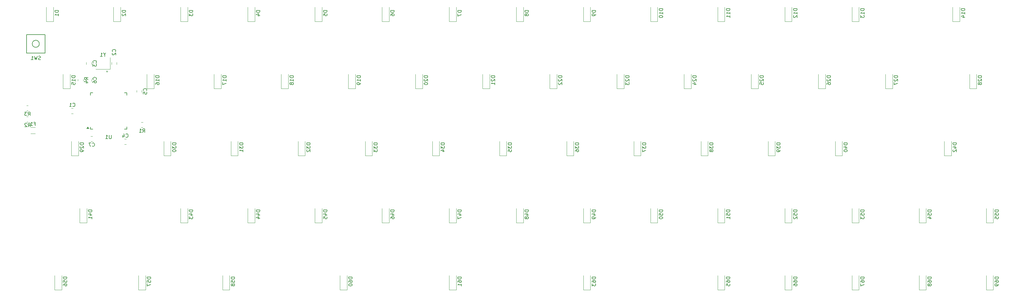
<source format=gbr>
%TF.GenerationSoftware,KiCad,Pcbnew,8.0.1*%
%TF.CreationDate,2024-05-23T20:01:40-06:00*%
%TF.ProjectId,60_Keyboard,36305f4b-6579-4626-9f61-72642e6b6963,rev?*%
%TF.SameCoordinates,Original*%
%TF.FileFunction,Legend,Bot*%
%TF.FilePolarity,Positive*%
%FSLAX46Y46*%
G04 Gerber Fmt 4.6, Leading zero omitted, Abs format (unit mm)*
G04 Created by KiCad (PCBNEW 8.0.1) date 2024-05-23 20:01:40*
%MOMM*%
%LPD*%
G01*
G04 APERTURE LIST*
%ADD10C,0.100000*%
%ADD11C,0.150000*%
%ADD12C,0.120000*%
G04 APERTURE END LIST*
D10*
X108290158Y-98878619D02*
X108290158Y-99116714D01*
X108528253Y-99021476D02*
X108290158Y-99116714D01*
X108290158Y-99116714D02*
X108052063Y-99021476D01*
X108433015Y-99307190D02*
X108290158Y-99116714D01*
X108290158Y-99116714D02*
X108147301Y-99307190D01*
D11*
X105220580Y-101426933D02*
X105268200Y-101379314D01*
X105268200Y-101379314D02*
X105315819Y-101236457D01*
X105315819Y-101236457D02*
X105315819Y-101141219D01*
X105315819Y-101141219D02*
X105268200Y-100998362D01*
X105268200Y-100998362D02*
X105172961Y-100903124D01*
X105172961Y-100903124D02*
X105077723Y-100855505D01*
X105077723Y-100855505D02*
X104887247Y-100807886D01*
X104887247Y-100807886D02*
X104744390Y-100807886D01*
X104744390Y-100807886D02*
X104553914Y-100855505D01*
X104553914Y-100855505D02*
X104458676Y-100903124D01*
X104458676Y-100903124D02*
X104363438Y-100998362D01*
X104363438Y-100998362D02*
X104315819Y-101141219D01*
X104315819Y-101141219D02*
X104315819Y-101236457D01*
X104315819Y-101236457D02*
X104363438Y-101379314D01*
X104363438Y-101379314D02*
X104411057Y-101426933D01*
X104315819Y-102284076D02*
X104315819Y-102093600D01*
X104315819Y-102093600D02*
X104363438Y-101998362D01*
X104363438Y-101998362D02*
X104411057Y-101950743D01*
X104411057Y-101950743D02*
X104553914Y-101855505D01*
X104553914Y-101855505D02*
X104744390Y-101807886D01*
X104744390Y-101807886D02*
X105125342Y-101807886D01*
X105125342Y-101807886D02*
X105220580Y-101855505D01*
X105220580Y-101855505D02*
X105268200Y-101903124D01*
X105268200Y-101903124D02*
X105315819Y-101998362D01*
X105315819Y-101998362D02*
X105315819Y-102188838D01*
X105315819Y-102188838D02*
X105268200Y-102284076D01*
X105268200Y-102284076D02*
X105220580Y-102331695D01*
X105220580Y-102331695D02*
X105125342Y-102379314D01*
X105125342Y-102379314D02*
X104887247Y-102379314D01*
X104887247Y-102379314D02*
X104792009Y-102331695D01*
X104792009Y-102331695D02*
X104744390Y-102284076D01*
X104744390Y-102284076D02*
X104696771Y-102188838D01*
X104696771Y-102188838D02*
X104696771Y-101998362D01*
X104696771Y-101998362D02*
X104744390Y-101903124D01*
X104744390Y-101903124D02*
X104792009Y-101855505D01*
X104792009Y-101855505D02*
X104887247Y-101807886D01*
X280249819Y-119428114D02*
X279249819Y-119428114D01*
X279249819Y-119428114D02*
X279249819Y-119666209D01*
X279249819Y-119666209D02*
X279297438Y-119809066D01*
X279297438Y-119809066D02*
X279392676Y-119904304D01*
X279392676Y-119904304D02*
X279487914Y-119951923D01*
X279487914Y-119951923D02*
X279678390Y-119999542D01*
X279678390Y-119999542D02*
X279821247Y-119999542D01*
X279821247Y-119999542D02*
X280011723Y-119951923D01*
X280011723Y-119951923D02*
X280106961Y-119904304D01*
X280106961Y-119904304D02*
X280202200Y-119809066D01*
X280202200Y-119809066D02*
X280249819Y-119666209D01*
X280249819Y-119666209D02*
X280249819Y-119428114D01*
X279249819Y-120332876D02*
X279249819Y-120951923D01*
X279249819Y-120951923D02*
X279630771Y-120618590D01*
X279630771Y-120618590D02*
X279630771Y-120761447D01*
X279630771Y-120761447D02*
X279678390Y-120856685D01*
X279678390Y-120856685D02*
X279726009Y-120904304D01*
X279726009Y-120904304D02*
X279821247Y-120951923D01*
X279821247Y-120951923D02*
X280059342Y-120951923D01*
X280059342Y-120951923D02*
X280154580Y-120904304D01*
X280154580Y-120904304D02*
X280202200Y-120856685D01*
X280202200Y-120856685D02*
X280249819Y-120761447D01*
X280249819Y-120761447D02*
X280249819Y-120475733D01*
X280249819Y-120475733D02*
X280202200Y-120380495D01*
X280202200Y-120380495D02*
X280154580Y-120332876D01*
X279678390Y-121523352D02*
X279630771Y-121428114D01*
X279630771Y-121428114D02*
X279583152Y-121380495D01*
X279583152Y-121380495D02*
X279487914Y-121332876D01*
X279487914Y-121332876D02*
X279440295Y-121332876D01*
X279440295Y-121332876D02*
X279345057Y-121380495D01*
X279345057Y-121380495D02*
X279297438Y-121428114D01*
X279297438Y-121428114D02*
X279249819Y-121523352D01*
X279249819Y-121523352D02*
X279249819Y-121713828D01*
X279249819Y-121713828D02*
X279297438Y-121809066D01*
X279297438Y-121809066D02*
X279345057Y-121856685D01*
X279345057Y-121856685D02*
X279440295Y-121904304D01*
X279440295Y-121904304D02*
X279487914Y-121904304D01*
X279487914Y-121904304D02*
X279583152Y-121856685D01*
X279583152Y-121856685D02*
X279630771Y-121809066D01*
X279630771Y-121809066D02*
X279678390Y-121713828D01*
X279678390Y-121713828D02*
X279678390Y-121523352D01*
X279678390Y-121523352D02*
X279726009Y-121428114D01*
X279726009Y-121428114D02*
X279773628Y-121380495D01*
X279773628Y-121380495D02*
X279868866Y-121332876D01*
X279868866Y-121332876D02*
X280059342Y-121332876D01*
X280059342Y-121332876D02*
X280154580Y-121380495D01*
X280154580Y-121380495D02*
X280202200Y-121428114D01*
X280202200Y-121428114D02*
X280249819Y-121523352D01*
X280249819Y-121523352D02*
X280249819Y-121713828D01*
X280249819Y-121713828D02*
X280202200Y-121809066D01*
X280202200Y-121809066D02*
X280154580Y-121856685D01*
X280154580Y-121856685D02*
X280059342Y-121904304D01*
X280059342Y-121904304D02*
X279868866Y-121904304D01*
X279868866Y-121904304D02*
X279773628Y-121856685D01*
X279773628Y-121856685D02*
X279726009Y-121809066D01*
X279726009Y-121809066D02*
X279678390Y-121713828D01*
X208816819Y-157525714D02*
X207816819Y-157525714D01*
X207816819Y-157525714D02*
X207816819Y-157763809D01*
X207816819Y-157763809D02*
X207864438Y-157906666D01*
X207864438Y-157906666D02*
X207959676Y-158001904D01*
X207959676Y-158001904D02*
X208054914Y-158049523D01*
X208054914Y-158049523D02*
X208245390Y-158097142D01*
X208245390Y-158097142D02*
X208388247Y-158097142D01*
X208388247Y-158097142D02*
X208578723Y-158049523D01*
X208578723Y-158049523D02*
X208673961Y-158001904D01*
X208673961Y-158001904D02*
X208769200Y-157906666D01*
X208769200Y-157906666D02*
X208816819Y-157763809D01*
X208816819Y-157763809D02*
X208816819Y-157525714D01*
X207816819Y-158954285D02*
X207816819Y-158763809D01*
X207816819Y-158763809D02*
X207864438Y-158668571D01*
X207864438Y-158668571D02*
X207912057Y-158620952D01*
X207912057Y-158620952D02*
X208054914Y-158525714D01*
X208054914Y-158525714D02*
X208245390Y-158478095D01*
X208245390Y-158478095D02*
X208626342Y-158478095D01*
X208626342Y-158478095D02*
X208721580Y-158525714D01*
X208721580Y-158525714D02*
X208769200Y-158573333D01*
X208769200Y-158573333D02*
X208816819Y-158668571D01*
X208816819Y-158668571D02*
X208816819Y-158859047D01*
X208816819Y-158859047D02*
X208769200Y-158954285D01*
X208769200Y-158954285D02*
X208721580Y-159001904D01*
X208721580Y-159001904D02*
X208626342Y-159049523D01*
X208626342Y-159049523D02*
X208388247Y-159049523D01*
X208388247Y-159049523D02*
X208293009Y-159001904D01*
X208293009Y-159001904D02*
X208245390Y-158954285D01*
X208245390Y-158954285D02*
X208197771Y-158859047D01*
X208197771Y-158859047D02*
X208197771Y-158668571D01*
X208197771Y-158668571D02*
X208245390Y-158573333D01*
X208245390Y-158573333D02*
X208293009Y-158525714D01*
X208293009Y-158525714D02*
X208388247Y-158478095D01*
X208816819Y-160001904D02*
X208816819Y-159430476D01*
X208816819Y-159716190D02*
X207816819Y-159716190D01*
X207816819Y-159716190D02*
X207959676Y-159620952D01*
X207959676Y-159620952D02*
X208054914Y-159525714D01*
X208054914Y-159525714D02*
X208102533Y-159430476D01*
X223103419Y-119428114D02*
X222103419Y-119428114D01*
X222103419Y-119428114D02*
X222103419Y-119666209D01*
X222103419Y-119666209D02*
X222151038Y-119809066D01*
X222151038Y-119809066D02*
X222246276Y-119904304D01*
X222246276Y-119904304D02*
X222341514Y-119951923D01*
X222341514Y-119951923D02*
X222531990Y-119999542D01*
X222531990Y-119999542D02*
X222674847Y-119999542D01*
X222674847Y-119999542D02*
X222865323Y-119951923D01*
X222865323Y-119951923D02*
X222960561Y-119904304D01*
X222960561Y-119904304D02*
X223055800Y-119809066D01*
X223055800Y-119809066D02*
X223103419Y-119666209D01*
X223103419Y-119666209D02*
X223103419Y-119428114D01*
X222103419Y-120332876D02*
X222103419Y-120951923D01*
X222103419Y-120951923D02*
X222484371Y-120618590D01*
X222484371Y-120618590D02*
X222484371Y-120761447D01*
X222484371Y-120761447D02*
X222531990Y-120856685D01*
X222531990Y-120856685D02*
X222579609Y-120904304D01*
X222579609Y-120904304D02*
X222674847Y-120951923D01*
X222674847Y-120951923D02*
X222912942Y-120951923D01*
X222912942Y-120951923D02*
X223008180Y-120904304D01*
X223008180Y-120904304D02*
X223055800Y-120856685D01*
X223055800Y-120856685D02*
X223103419Y-120761447D01*
X223103419Y-120761447D02*
X223103419Y-120475733D01*
X223103419Y-120475733D02*
X223055800Y-120380495D01*
X223055800Y-120380495D02*
X223008180Y-120332876D01*
X222103419Y-121856685D02*
X222103419Y-121380495D01*
X222103419Y-121380495D02*
X222579609Y-121332876D01*
X222579609Y-121332876D02*
X222531990Y-121380495D01*
X222531990Y-121380495D02*
X222484371Y-121475733D01*
X222484371Y-121475733D02*
X222484371Y-121713828D01*
X222484371Y-121713828D02*
X222531990Y-121809066D01*
X222531990Y-121809066D02*
X222579609Y-121856685D01*
X222579609Y-121856685D02*
X222674847Y-121904304D01*
X222674847Y-121904304D02*
X222912942Y-121904304D01*
X222912942Y-121904304D02*
X223008180Y-121856685D01*
X223008180Y-121856685D02*
X223055800Y-121809066D01*
X223055800Y-121809066D02*
X223103419Y-121713828D01*
X223103419Y-121713828D02*
X223103419Y-121475733D01*
X223103419Y-121475733D02*
X223055800Y-121380495D01*
X223055800Y-121380495D02*
X223008180Y-121332876D01*
X332634019Y-100379314D02*
X331634019Y-100379314D01*
X331634019Y-100379314D02*
X331634019Y-100617409D01*
X331634019Y-100617409D02*
X331681638Y-100760266D01*
X331681638Y-100760266D02*
X331776876Y-100855504D01*
X331776876Y-100855504D02*
X331872114Y-100903123D01*
X331872114Y-100903123D02*
X332062590Y-100950742D01*
X332062590Y-100950742D02*
X332205447Y-100950742D01*
X332205447Y-100950742D02*
X332395923Y-100903123D01*
X332395923Y-100903123D02*
X332491161Y-100855504D01*
X332491161Y-100855504D02*
X332586400Y-100760266D01*
X332586400Y-100760266D02*
X332634019Y-100617409D01*
X332634019Y-100617409D02*
X332634019Y-100379314D01*
X331729257Y-101331695D02*
X331681638Y-101379314D01*
X331681638Y-101379314D02*
X331634019Y-101474552D01*
X331634019Y-101474552D02*
X331634019Y-101712647D01*
X331634019Y-101712647D02*
X331681638Y-101807885D01*
X331681638Y-101807885D02*
X331729257Y-101855504D01*
X331729257Y-101855504D02*
X331824495Y-101903123D01*
X331824495Y-101903123D02*
X331919733Y-101903123D01*
X331919733Y-101903123D02*
X332062590Y-101855504D01*
X332062590Y-101855504D02*
X332634019Y-101284076D01*
X332634019Y-101284076D02*
X332634019Y-101903123D01*
X331634019Y-102236457D02*
X331634019Y-102903123D01*
X331634019Y-102903123D02*
X332634019Y-102474552D01*
X110683880Y-93489933D02*
X110731500Y-93442314D01*
X110731500Y-93442314D02*
X110779119Y-93299457D01*
X110779119Y-93299457D02*
X110779119Y-93204219D01*
X110779119Y-93204219D02*
X110731500Y-93061362D01*
X110731500Y-93061362D02*
X110636261Y-92966124D01*
X110636261Y-92966124D02*
X110541023Y-92918505D01*
X110541023Y-92918505D02*
X110350547Y-92870886D01*
X110350547Y-92870886D02*
X110207690Y-92870886D01*
X110207690Y-92870886D02*
X110017214Y-92918505D01*
X110017214Y-92918505D02*
X109921976Y-92966124D01*
X109921976Y-92966124D02*
X109826738Y-93061362D01*
X109826738Y-93061362D02*
X109779119Y-93204219D01*
X109779119Y-93204219D02*
X109779119Y-93299457D01*
X109779119Y-93299457D02*
X109826738Y-93442314D01*
X109826738Y-93442314D02*
X109874357Y-93489933D01*
X109874357Y-93870886D02*
X109826738Y-93918505D01*
X109826738Y-93918505D02*
X109779119Y-94013743D01*
X109779119Y-94013743D02*
X109779119Y-94251838D01*
X109779119Y-94251838D02*
X109826738Y-94347076D01*
X109826738Y-94347076D02*
X109874357Y-94394695D01*
X109874357Y-94394695D02*
X109969595Y-94442314D01*
X109969595Y-94442314D02*
X110064833Y-94442314D01*
X110064833Y-94442314D02*
X110207690Y-94394695D01*
X110207690Y-94394695D02*
X110779119Y-93823267D01*
X110779119Y-93823267D02*
X110779119Y-94442314D01*
X313585219Y-100379314D02*
X312585219Y-100379314D01*
X312585219Y-100379314D02*
X312585219Y-100617409D01*
X312585219Y-100617409D02*
X312632838Y-100760266D01*
X312632838Y-100760266D02*
X312728076Y-100855504D01*
X312728076Y-100855504D02*
X312823314Y-100903123D01*
X312823314Y-100903123D02*
X313013790Y-100950742D01*
X313013790Y-100950742D02*
X313156647Y-100950742D01*
X313156647Y-100950742D02*
X313347123Y-100903123D01*
X313347123Y-100903123D02*
X313442361Y-100855504D01*
X313442361Y-100855504D02*
X313537600Y-100760266D01*
X313537600Y-100760266D02*
X313585219Y-100617409D01*
X313585219Y-100617409D02*
X313585219Y-100379314D01*
X312680457Y-101331695D02*
X312632838Y-101379314D01*
X312632838Y-101379314D02*
X312585219Y-101474552D01*
X312585219Y-101474552D02*
X312585219Y-101712647D01*
X312585219Y-101712647D02*
X312632838Y-101807885D01*
X312632838Y-101807885D02*
X312680457Y-101855504D01*
X312680457Y-101855504D02*
X312775695Y-101903123D01*
X312775695Y-101903123D02*
X312870933Y-101903123D01*
X312870933Y-101903123D02*
X313013790Y-101855504D01*
X313013790Y-101855504D02*
X313585219Y-101284076D01*
X313585219Y-101284076D02*
X313585219Y-101903123D01*
X312585219Y-102760266D02*
X312585219Y-102569790D01*
X312585219Y-102569790D02*
X312632838Y-102474552D01*
X312632838Y-102474552D02*
X312680457Y-102426933D01*
X312680457Y-102426933D02*
X312823314Y-102331695D01*
X312823314Y-102331695D02*
X313013790Y-102284076D01*
X313013790Y-102284076D02*
X313394742Y-102284076D01*
X313394742Y-102284076D02*
X313489980Y-102331695D01*
X313489980Y-102331695D02*
X313537600Y-102379314D01*
X313537600Y-102379314D02*
X313585219Y-102474552D01*
X313585219Y-102474552D02*
X313585219Y-102665028D01*
X313585219Y-102665028D02*
X313537600Y-102760266D01*
X313537600Y-102760266D02*
X313489980Y-102807885D01*
X313489980Y-102807885D02*
X313394742Y-102855504D01*
X313394742Y-102855504D02*
X313156647Y-102855504D01*
X313156647Y-102855504D02*
X313061409Y-102807885D01*
X313061409Y-102807885D02*
X313013790Y-102760266D01*
X313013790Y-102760266D02*
X312966171Y-102665028D01*
X312966171Y-102665028D02*
X312966171Y-102474552D01*
X312966171Y-102474552D02*
X313013790Y-102379314D01*
X313013790Y-102379314D02*
X313061409Y-102331695D01*
X313061409Y-102331695D02*
X313156647Y-102284076D01*
X101667319Y-119428114D02*
X100667319Y-119428114D01*
X100667319Y-119428114D02*
X100667319Y-119666209D01*
X100667319Y-119666209D02*
X100714938Y-119809066D01*
X100714938Y-119809066D02*
X100810176Y-119904304D01*
X100810176Y-119904304D02*
X100905414Y-119951923D01*
X100905414Y-119951923D02*
X101095890Y-119999542D01*
X101095890Y-119999542D02*
X101238747Y-119999542D01*
X101238747Y-119999542D02*
X101429223Y-119951923D01*
X101429223Y-119951923D02*
X101524461Y-119904304D01*
X101524461Y-119904304D02*
X101619700Y-119809066D01*
X101619700Y-119809066D02*
X101667319Y-119666209D01*
X101667319Y-119666209D02*
X101667319Y-119428114D01*
X100762557Y-120380495D02*
X100714938Y-120428114D01*
X100714938Y-120428114D02*
X100667319Y-120523352D01*
X100667319Y-120523352D02*
X100667319Y-120761447D01*
X100667319Y-120761447D02*
X100714938Y-120856685D01*
X100714938Y-120856685D02*
X100762557Y-120904304D01*
X100762557Y-120904304D02*
X100857795Y-120951923D01*
X100857795Y-120951923D02*
X100953033Y-120951923D01*
X100953033Y-120951923D02*
X101095890Y-120904304D01*
X101095890Y-120904304D02*
X101667319Y-120332876D01*
X101667319Y-120332876D02*
X101667319Y-120951923D01*
X101667319Y-121428114D02*
X101667319Y-121618590D01*
X101667319Y-121618590D02*
X101619700Y-121713828D01*
X101619700Y-121713828D02*
X101572080Y-121761447D01*
X101572080Y-121761447D02*
X101429223Y-121856685D01*
X101429223Y-121856685D02*
X101238747Y-121904304D01*
X101238747Y-121904304D02*
X100857795Y-121904304D01*
X100857795Y-121904304D02*
X100762557Y-121856685D01*
X100762557Y-121856685D02*
X100714938Y-121809066D01*
X100714938Y-121809066D02*
X100667319Y-121713828D01*
X100667319Y-121713828D02*
X100667319Y-121523352D01*
X100667319Y-121523352D02*
X100714938Y-121428114D01*
X100714938Y-121428114D02*
X100762557Y-121380495D01*
X100762557Y-121380495D02*
X100857795Y-121332876D01*
X100857795Y-121332876D02*
X101095890Y-121332876D01*
X101095890Y-121332876D02*
X101191128Y-121380495D01*
X101191128Y-121380495D02*
X101238747Y-121428114D01*
X101238747Y-121428114D02*
X101286366Y-121523352D01*
X101286366Y-121523352D02*
X101286366Y-121713828D01*
X101286366Y-121713828D02*
X101238747Y-121809066D01*
X101238747Y-121809066D02*
X101191128Y-121856685D01*
X101191128Y-121856685D02*
X101095890Y-121904304D01*
X361207219Y-138476914D02*
X360207219Y-138476914D01*
X360207219Y-138476914D02*
X360207219Y-138715009D01*
X360207219Y-138715009D02*
X360254838Y-138857866D01*
X360254838Y-138857866D02*
X360350076Y-138953104D01*
X360350076Y-138953104D02*
X360445314Y-139000723D01*
X360445314Y-139000723D02*
X360635790Y-139048342D01*
X360635790Y-139048342D02*
X360778647Y-139048342D01*
X360778647Y-139048342D02*
X360969123Y-139000723D01*
X360969123Y-139000723D02*
X361064361Y-138953104D01*
X361064361Y-138953104D02*
X361159600Y-138857866D01*
X361159600Y-138857866D02*
X361207219Y-138715009D01*
X361207219Y-138715009D02*
X361207219Y-138476914D01*
X360207219Y-139953104D02*
X360207219Y-139476914D01*
X360207219Y-139476914D02*
X360683409Y-139429295D01*
X360683409Y-139429295D02*
X360635790Y-139476914D01*
X360635790Y-139476914D02*
X360588171Y-139572152D01*
X360588171Y-139572152D02*
X360588171Y-139810247D01*
X360588171Y-139810247D02*
X360635790Y-139905485D01*
X360635790Y-139905485D02*
X360683409Y-139953104D01*
X360683409Y-139953104D02*
X360778647Y-140000723D01*
X360778647Y-140000723D02*
X361016742Y-140000723D01*
X361016742Y-140000723D02*
X361111980Y-139953104D01*
X361111980Y-139953104D02*
X361159600Y-139905485D01*
X361159600Y-139905485D02*
X361207219Y-139810247D01*
X361207219Y-139810247D02*
X361207219Y-139572152D01*
X361207219Y-139572152D02*
X361159600Y-139476914D01*
X361159600Y-139476914D02*
X361111980Y-139429295D01*
X360207219Y-140905485D02*
X360207219Y-140429295D01*
X360207219Y-140429295D02*
X360683409Y-140381676D01*
X360683409Y-140381676D02*
X360635790Y-140429295D01*
X360635790Y-140429295D02*
X360588171Y-140524533D01*
X360588171Y-140524533D02*
X360588171Y-140762628D01*
X360588171Y-140762628D02*
X360635790Y-140857866D01*
X360635790Y-140857866D02*
X360683409Y-140905485D01*
X360683409Y-140905485D02*
X360778647Y-140953104D01*
X360778647Y-140953104D02*
X361016742Y-140953104D01*
X361016742Y-140953104D02*
X361111980Y-140905485D01*
X361111980Y-140905485D02*
X361159600Y-140857866D01*
X361159600Y-140857866D02*
X361207219Y-140762628D01*
X361207219Y-140762628D02*
X361207219Y-140524533D01*
X361207219Y-140524533D02*
X361159600Y-140429295D01*
X361159600Y-140429295D02*
X361111980Y-140381676D01*
X99286219Y-100379314D02*
X98286219Y-100379314D01*
X98286219Y-100379314D02*
X98286219Y-100617409D01*
X98286219Y-100617409D02*
X98333838Y-100760266D01*
X98333838Y-100760266D02*
X98429076Y-100855504D01*
X98429076Y-100855504D02*
X98524314Y-100903123D01*
X98524314Y-100903123D02*
X98714790Y-100950742D01*
X98714790Y-100950742D02*
X98857647Y-100950742D01*
X98857647Y-100950742D02*
X99048123Y-100903123D01*
X99048123Y-100903123D02*
X99143361Y-100855504D01*
X99143361Y-100855504D02*
X99238600Y-100760266D01*
X99238600Y-100760266D02*
X99286219Y-100617409D01*
X99286219Y-100617409D02*
X99286219Y-100379314D01*
X99286219Y-101903123D02*
X99286219Y-101331695D01*
X99286219Y-101617409D02*
X98286219Y-101617409D01*
X98286219Y-101617409D02*
X98429076Y-101522171D01*
X98429076Y-101522171D02*
X98524314Y-101426933D01*
X98524314Y-101426933D02*
X98571933Y-101331695D01*
X98286219Y-102807885D02*
X98286219Y-102331695D01*
X98286219Y-102331695D02*
X98762409Y-102284076D01*
X98762409Y-102284076D02*
X98714790Y-102331695D01*
X98714790Y-102331695D02*
X98667171Y-102426933D01*
X98667171Y-102426933D02*
X98667171Y-102665028D01*
X98667171Y-102665028D02*
X98714790Y-102760266D01*
X98714790Y-102760266D02*
X98762409Y-102807885D01*
X98762409Y-102807885D02*
X98857647Y-102855504D01*
X98857647Y-102855504D02*
X99095742Y-102855504D01*
X99095742Y-102855504D02*
X99190980Y-102807885D01*
X99190980Y-102807885D02*
X99238600Y-102760266D01*
X99238600Y-102760266D02*
X99286219Y-102665028D01*
X99286219Y-102665028D02*
X99286219Y-102426933D01*
X99286219Y-102426933D02*
X99238600Y-102331695D01*
X99238600Y-102331695D02*
X99190980Y-102284076D01*
X299298619Y-119428114D02*
X298298619Y-119428114D01*
X298298619Y-119428114D02*
X298298619Y-119666209D01*
X298298619Y-119666209D02*
X298346238Y-119809066D01*
X298346238Y-119809066D02*
X298441476Y-119904304D01*
X298441476Y-119904304D02*
X298536714Y-119951923D01*
X298536714Y-119951923D02*
X298727190Y-119999542D01*
X298727190Y-119999542D02*
X298870047Y-119999542D01*
X298870047Y-119999542D02*
X299060523Y-119951923D01*
X299060523Y-119951923D02*
X299155761Y-119904304D01*
X299155761Y-119904304D02*
X299251000Y-119809066D01*
X299251000Y-119809066D02*
X299298619Y-119666209D01*
X299298619Y-119666209D02*
X299298619Y-119428114D01*
X298298619Y-120332876D02*
X298298619Y-120951923D01*
X298298619Y-120951923D02*
X298679571Y-120618590D01*
X298679571Y-120618590D02*
X298679571Y-120761447D01*
X298679571Y-120761447D02*
X298727190Y-120856685D01*
X298727190Y-120856685D02*
X298774809Y-120904304D01*
X298774809Y-120904304D02*
X298870047Y-120951923D01*
X298870047Y-120951923D02*
X299108142Y-120951923D01*
X299108142Y-120951923D02*
X299203380Y-120904304D01*
X299203380Y-120904304D02*
X299251000Y-120856685D01*
X299251000Y-120856685D02*
X299298619Y-120761447D01*
X299298619Y-120761447D02*
X299298619Y-120475733D01*
X299298619Y-120475733D02*
X299251000Y-120380495D01*
X299251000Y-120380495D02*
X299203380Y-120332876D01*
X299298619Y-121428114D02*
X299298619Y-121618590D01*
X299298619Y-121618590D02*
X299251000Y-121713828D01*
X299251000Y-121713828D02*
X299203380Y-121761447D01*
X299203380Y-121761447D02*
X299060523Y-121856685D01*
X299060523Y-121856685D02*
X298870047Y-121904304D01*
X298870047Y-121904304D02*
X298489095Y-121904304D01*
X298489095Y-121904304D02*
X298393857Y-121856685D01*
X298393857Y-121856685D02*
X298346238Y-121809066D01*
X298346238Y-121809066D02*
X298298619Y-121713828D01*
X298298619Y-121713828D02*
X298298619Y-121523352D01*
X298298619Y-121523352D02*
X298346238Y-121428114D01*
X298346238Y-121428114D02*
X298393857Y-121380495D01*
X298393857Y-121380495D02*
X298489095Y-121332876D01*
X298489095Y-121332876D02*
X298727190Y-121332876D01*
X298727190Y-121332876D02*
X298822428Y-121380495D01*
X298822428Y-121380495D02*
X298870047Y-121428114D01*
X298870047Y-121428114D02*
X298917666Y-121523352D01*
X298917666Y-121523352D02*
X298917666Y-121713828D01*
X298917666Y-121713828D02*
X298870047Y-121809066D01*
X298870047Y-121809066D02*
X298822428Y-121856685D01*
X298822428Y-121856685D02*
X298727190Y-121904304D01*
X265963219Y-138476914D02*
X264963219Y-138476914D01*
X264963219Y-138476914D02*
X264963219Y-138715009D01*
X264963219Y-138715009D02*
X265010838Y-138857866D01*
X265010838Y-138857866D02*
X265106076Y-138953104D01*
X265106076Y-138953104D02*
X265201314Y-139000723D01*
X265201314Y-139000723D02*
X265391790Y-139048342D01*
X265391790Y-139048342D02*
X265534647Y-139048342D01*
X265534647Y-139048342D02*
X265725123Y-139000723D01*
X265725123Y-139000723D02*
X265820361Y-138953104D01*
X265820361Y-138953104D02*
X265915600Y-138857866D01*
X265915600Y-138857866D02*
X265963219Y-138715009D01*
X265963219Y-138715009D02*
X265963219Y-138476914D01*
X264963219Y-139953104D02*
X264963219Y-139476914D01*
X264963219Y-139476914D02*
X265439409Y-139429295D01*
X265439409Y-139429295D02*
X265391790Y-139476914D01*
X265391790Y-139476914D02*
X265344171Y-139572152D01*
X265344171Y-139572152D02*
X265344171Y-139810247D01*
X265344171Y-139810247D02*
X265391790Y-139905485D01*
X265391790Y-139905485D02*
X265439409Y-139953104D01*
X265439409Y-139953104D02*
X265534647Y-140000723D01*
X265534647Y-140000723D02*
X265772742Y-140000723D01*
X265772742Y-140000723D02*
X265867980Y-139953104D01*
X265867980Y-139953104D02*
X265915600Y-139905485D01*
X265915600Y-139905485D02*
X265963219Y-139810247D01*
X265963219Y-139810247D02*
X265963219Y-139572152D01*
X265963219Y-139572152D02*
X265915600Y-139476914D01*
X265915600Y-139476914D02*
X265867980Y-139429295D01*
X264963219Y-140619771D02*
X264963219Y-140715009D01*
X264963219Y-140715009D02*
X265010838Y-140810247D01*
X265010838Y-140810247D02*
X265058457Y-140857866D01*
X265058457Y-140857866D02*
X265153695Y-140905485D01*
X265153695Y-140905485D02*
X265344171Y-140953104D01*
X265344171Y-140953104D02*
X265582266Y-140953104D01*
X265582266Y-140953104D02*
X265772742Y-140905485D01*
X265772742Y-140905485D02*
X265867980Y-140857866D01*
X265867980Y-140857866D02*
X265915600Y-140810247D01*
X265915600Y-140810247D02*
X265963219Y-140715009D01*
X265963219Y-140715009D02*
X265963219Y-140619771D01*
X265963219Y-140619771D02*
X265915600Y-140524533D01*
X265915600Y-140524533D02*
X265867980Y-140476914D01*
X265867980Y-140476914D02*
X265772742Y-140429295D01*
X265772742Y-140429295D02*
X265582266Y-140381676D01*
X265582266Y-140381676D02*
X265344171Y-140381676D01*
X265344171Y-140381676D02*
X265153695Y-140429295D01*
X265153695Y-140429295D02*
X265058457Y-140476914D01*
X265058457Y-140476914D02*
X265010838Y-140524533D01*
X265010838Y-140524533D02*
X264963219Y-140619771D01*
X113572819Y-81806705D02*
X112572819Y-81806705D01*
X112572819Y-81806705D02*
X112572819Y-82044800D01*
X112572819Y-82044800D02*
X112620438Y-82187657D01*
X112620438Y-82187657D02*
X112715676Y-82282895D01*
X112715676Y-82282895D02*
X112810914Y-82330514D01*
X112810914Y-82330514D02*
X113001390Y-82378133D01*
X113001390Y-82378133D02*
X113144247Y-82378133D01*
X113144247Y-82378133D02*
X113334723Y-82330514D01*
X113334723Y-82330514D02*
X113429961Y-82282895D01*
X113429961Y-82282895D02*
X113525200Y-82187657D01*
X113525200Y-82187657D02*
X113572819Y-82044800D01*
X113572819Y-82044800D02*
X113572819Y-81806705D01*
X112668057Y-82759086D02*
X112620438Y-82806705D01*
X112620438Y-82806705D02*
X112572819Y-82901943D01*
X112572819Y-82901943D02*
X112572819Y-83140038D01*
X112572819Y-83140038D02*
X112620438Y-83235276D01*
X112620438Y-83235276D02*
X112668057Y-83282895D01*
X112668057Y-83282895D02*
X112763295Y-83330514D01*
X112763295Y-83330514D02*
X112858533Y-83330514D01*
X112858533Y-83330514D02*
X113001390Y-83282895D01*
X113001390Y-83282895D02*
X113572819Y-82711467D01*
X113572819Y-82711467D02*
X113572819Y-83330514D01*
X275487619Y-100379314D02*
X274487619Y-100379314D01*
X274487619Y-100379314D02*
X274487619Y-100617409D01*
X274487619Y-100617409D02*
X274535238Y-100760266D01*
X274535238Y-100760266D02*
X274630476Y-100855504D01*
X274630476Y-100855504D02*
X274725714Y-100903123D01*
X274725714Y-100903123D02*
X274916190Y-100950742D01*
X274916190Y-100950742D02*
X275059047Y-100950742D01*
X275059047Y-100950742D02*
X275249523Y-100903123D01*
X275249523Y-100903123D02*
X275344761Y-100855504D01*
X275344761Y-100855504D02*
X275440000Y-100760266D01*
X275440000Y-100760266D02*
X275487619Y-100617409D01*
X275487619Y-100617409D02*
X275487619Y-100379314D01*
X274582857Y-101331695D02*
X274535238Y-101379314D01*
X274535238Y-101379314D02*
X274487619Y-101474552D01*
X274487619Y-101474552D02*
X274487619Y-101712647D01*
X274487619Y-101712647D02*
X274535238Y-101807885D01*
X274535238Y-101807885D02*
X274582857Y-101855504D01*
X274582857Y-101855504D02*
X274678095Y-101903123D01*
X274678095Y-101903123D02*
X274773333Y-101903123D01*
X274773333Y-101903123D02*
X274916190Y-101855504D01*
X274916190Y-101855504D02*
X275487619Y-101284076D01*
X275487619Y-101284076D02*
X275487619Y-101903123D01*
X274820952Y-102760266D02*
X275487619Y-102760266D01*
X274440000Y-102522171D02*
X275154285Y-102284076D01*
X275154285Y-102284076D02*
X275154285Y-102903123D01*
X161194819Y-100379314D02*
X160194819Y-100379314D01*
X160194819Y-100379314D02*
X160194819Y-100617409D01*
X160194819Y-100617409D02*
X160242438Y-100760266D01*
X160242438Y-100760266D02*
X160337676Y-100855504D01*
X160337676Y-100855504D02*
X160432914Y-100903123D01*
X160432914Y-100903123D02*
X160623390Y-100950742D01*
X160623390Y-100950742D02*
X160766247Y-100950742D01*
X160766247Y-100950742D02*
X160956723Y-100903123D01*
X160956723Y-100903123D02*
X161051961Y-100855504D01*
X161051961Y-100855504D02*
X161147200Y-100760266D01*
X161147200Y-100760266D02*
X161194819Y-100617409D01*
X161194819Y-100617409D02*
X161194819Y-100379314D01*
X161194819Y-101903123D02*
X161194819Y-101331695D01*
X161194819Y-101617409D02*
X160194819Y-101617409D01*
X160194819Y-101617409D02*
X160337676Y-101522171D01*
X160337676Y-101522171D02*
X160432914Y-101426933D01*
X160432914Y-101426933D02*
X160480533Y-101331695D01*
X160623390Y-102474552D02*
X160575771Y-102379314D01*
X160575771Y-102379314D02*
X160528152Y-102331695D01*
X160528152Y-102331695D02*
X160432914Y-102284076D01*
X160432914Y-102284076D02*
X160385295Y-102284076D01*
X160385295Y-102284076D02*
X160290057Y-102331695D01*
X160290057Y-102331695D02*
X160242438Y-102379314D01*
X160242438Y-102379314D02*
X160194819Y-102474552D01*
X160194819Y-102474552D02*
X160194819Y-102665028D01*
X160194819Y-102665028D02*
X160242438Y-102760266D01*
X160242438Y-102760266D02*
X160290057Y-102807885D01*
X160290057Y-102807885D02*
X160385295Y-102855504D01*
X160385295Y-102855504D02*
X160432914Y-102855504D01*
X160432914Y-102855504D02*
X160528152Y-102807885D01*
X160528152Y-102807885D02*
X160575771Y-102760266D01*
X160575771Y-102760266D02*
X160623390Y-102665028D01*
X160623390Y-102665028D02*
X160623390Y-102474552D01*
X160623390Y-102474552D02*
X160671009Y-102379314D01*
X160671009Y-102379314D02*
X160718628Y-102331695D01*
X160718628Y-102331695D02*
X160813866Y-102284076D01*
X160813866Y-102284076D02*
X161004342Y-102284076D01*
X161004342Y-102284076D02*
X161099580Y-102331695D01*
X161099580Y-102331695D02*
X161147200Y-102379314D01*
X161147200Y-102379314D02*
X161194819Y-102474552D01*
X161194819Y-102474552D02*
X161194819Y-102665028D01*
X161194819Y-102665028D02*
X161147200Y-102760266D01*
X161147200Y-102760266D02*
X161099580Y-102807885D01*
X161099580Y-102807885D02*
X161004342Y-102855504D01*
X161004342Y-102855504D02*
X160813866Y-102855504D01*
X160813866Y-102855504D02*
X160718628Y-102807885D01*
X160718628Y-102807885D02*
X160671009Y-102760266D01*
X160671009Y-102760266D02*
X160623390Y-102665028D01*
X118427966Y-116397619D02*
X118761299Y-115921428D01*
X118999394Y-116397619D02*
X118999394Y-115397619D01*
X118999394Y-115397619D02*
X118618442Y-115397619D01*
X118618442Y-115397619D02*
X118523204Y-115445238D01*
X118523204Y-115445238D02*
X118475585Y-115492857D01*
X118475585Y-115492857D02*
X118427966Y-115588095D01*
X118427966Y-115588095D02*
X118427966Y-115730952D01*
X118427966Y-115730952D02*
X118475585Y-115826190D01*
X118475585Y-115826190D02*
X118523204Y-115873809D01*
X118523204Y-115873809D02*
X118618442Y-115921428D01*
X118618442Y-115921428D02*
X118999394Y-115921428D01*
X117475585Y-116397619D02*
X118047013Y-116397619D01*
X117761299Y-116397619D02*
X117761299Y-115397619D01*
X117761299Y-115397619D02*
X117856537Y-115540476D01*
X117856537Y-115540476D02*
X117951775Y-115635714D01*
X117951775Y-115635714D02*
X118047013Y-115683333D01*
X237390019Y-100379314D02*
X236390019Y-100379314D01*
X236390019Y-100379314D02*
X236390019Y-100617409D01*
X236390019Y-100617409D02*
X236437638Y-100760266D01*
X236437638Y-100760266D02*
X236532876Y-100855504D01*
X236532876Y-100855504D02*
X236628114Y-100903123D01*
X236628114Y-100903123D02*
X236818590Y-100950742D01*
X236818590Y-100950742D02*
X236961447Y-100950742D01*
X236961447Y-100950742D02*
X237151923Y-100903123D01*
X237151923Y-100903123D02*
X237247161Y-100855504D01*
X237247161Y-100855504D02*
X237342400Y-100760266D01*
X237342400Y-100760266D02*
X237390019Y-100617409D01*
X237390019Y-100617409D02*
X237390019Y-100379314D01*
X236485257Y-101331695D02*
X236437638Y-101379314D01*
X236437638Y-101379314D02*
X236390019Y-101474552D01*
X236390019Y-101474552D02*
X236390019Y-101712647D01*
X236390019Y-101712647D02*
X236437638Y-101807885D01*
X236437638Y-101807885D02*
X236485257Y-101855504D01*
X236485257Y-101855504D02*
X236580495Y-101903123D01*
X236580495Y-101903123D02*
X236675733Y-101903123D01*
X236675733Y-101903123D02*
X236818590Y-101855504D01*
X236818590Y-101855504D02*
X237390019Y-101284076D01*
X237390019Y-101284076D02*
X237390019Y-101903123D01*
X236485257Y-102284076D02*
X236437638Y-102331695D01*
X236437638Y-102331695D02*
X236390019Y-102426933D01*
X236390019Y-102426933D02*
X236390019Y-102665028D01*
X236390019Y-102665028D02*
X236437638Y-102760266D01*
X236437638Y-102760266D02*
X236485257Y-102807885D01*
X236485257Y-102807885D02*
X236580495Y-102855504D01*
X236580495Y-102855504D02*
X236675733Y-102855504D01*
X236675733Y-102855504D02*
X236818590Y-102807885D01*
X236818590Y-102807885D02*
X237390019Y-102236457D01*
X237390019Y-102236457D02*
X237390019Y-102855504D01*
X85886266Y-114810219D02*
X86219599Y-114334028D01*
X86457694Y-114810219D02*
X86457694Y-113810219D01*
X86457694Y-113810219D02*
X86076742Y-113810219D01*
X86076742Y-113810219D02*
X85981504Y-113857838D01*
X85981504Y-113857838D02*
X85933885Y-113905457D01*
X85933885Y-113905457D02*
X85886266Y-114000695D01*
X85886266Y-114000695D02*
X85886266Y-114143552D01*
X85886266Y-114143552D02*
X85933885Y-114238790D01*
X85933885Y-114238790D02*
X85981504Y-114286409D01*
X85981504Y-114286409D02*
X86076742Y-114334028D01*
X86076742Y-114334028D02*
X86457694Y-114334028D01*
X85505313Y-113905457D02*
X85457694Y-113857838D01*
X85457694Y-113857838D02*
X85362456Y-113810219D01*
X85362456Y-113810219D02*
X85124361Y-113810219D01*
X85124361Y-113810219D02*
X85029123Y-113857838D01*
X85029123Y-113857838D02*
X84981504Y-113905457D01*
X84981504Y-113905457D02*
X84933885Y-114000695D01*
X84933885Y-114000695D02*
X84933885Y-114095933D01*
X84933885Y-114095933D02*
X84981504Y-114238790D01*
X84981504Y-114238790D02*
X85552932Y-114810219D01*
X85552932Y-114810219D02*
X84933885Y-114810219D01*
X318347419Y-119428114D02*
X317347419Y-119428114D01*
X317347419Y-119428114D02*
X317347419Y-119666209D01*
X317347419Y-119666209D02*
X317395038Y-119809066D01*
X317395038Y-119809066D02*
X317490276Y-119904304D01*
X317490276Y-119904304D02*
X317585514Y-119951923D01*
X317585514Y-119951923D02*
X317775990Y-119999542D01*
X317775990Y-119999542D02*
X317918847Y-119999542D01*
X317918847Y-119999542D02*
X318109323Y-119951923D01*
X318109323Y-119951923D02*
X318204561Y-119904304D01*
X318204561Y-119904304D02*
X318299800Y-119809066D01*
X318299800Y-119809066D02*
X318347419Y-119666209D01*
X318347419Y-119666209D02*
X318347419Y-119428114D01*
X317680752Y-120856685D02*
X318347419Y-120856685D01*
X317299800Y-120618590D02*
X318014085Y-120380495D01*
X318014085Y-120380495D02*
X318014085Y-120999542D01*
X317347419Y-121570971D02*
X317347419Y-121666209D01*
X317347419Y-121666209D02*
X317395038Y-121761447D01*
X317395038Y-121761447D02*
X317442657Y-121809066D01*
X317442657Y-121809066D02*
X317537895Y-121856685D01*
X317537895Y-121856685D02*
X317728371Y-121904304D01*
X317728371Y-121904304D02*
X317966466Y-121904304D01*
X317966466Y-121904304D02*
X318156942Y-121856685D01*
X318156942Y-121856685D02*
X318252180Y-121809066D01*
X318252180Y-121809066D02*
X318299800Y-121761447D01*
X318299800Y-121761447D02*
X318347419Y-121666209D01*
X318347419Y-121666209D02*
X318347419Y-121570971D01*
X318347419Y-121570971D02*
X318299800Y-121475733D01*
X318299800Y-121475733D02*
X318252180Y-121428114D01*
X318252180Y-121428114D02*
X318156942Y-121380495D01*
X318156942Y-121380495D02*
X317966466Y-121332876D01*
X317966466Y-121332876D02*
X317728371Y-121332876D01*
X317728371Y-121332876D02*
X317537895Y-121380495D01*
X317537895Y-121380495D02*
X317442657Y-121428114D01*
X317442657Y-121428114D02*
X317395038Y-121475733D01*
X317395038Y-121475733D02*
X317347419Y-121570971D01*
X132621619Y-138476914D02*
X131621619Y-138476914D01*
X131621619Y-138476914D02*
X131621619Y-138715009D01*
X131621619Y-138715009D02*
X131669238Y-138857866D01*
X131669238Y-138857866D02*
X131764476Y-138953104D01*
X131764476Y-138953104D02*
X131859714Y-139000723D01*
X131859714Y-139000723D02*
X132050190Y-139048342D01*
X132050190Y-139048342D02*
X132193047Y-139048342D01*
X132193047Y-139048342D02*
X132383523Y-139000723D01*
X132383523Y-139000723D02*
X132478761Y-138953104D01*
X132478761Y-138953104D02*
X132574000Y-138857866D01*
X132574000Y-138857866D02*
X132621619Y-138715009D01*
X132621619Y-138715009D02*
X132621619Y-138476914D01*
X131954952Y-139905485D02*
X132621619Y-139905485D01*
X131574000Y-139667390D02*
X132288285Y-139429295D01*
X132288285Y-139429295D02*
X132288285Y-140048342D01*
X131621619Y-140334057D02*
X131621619Y-140953104D01*
X131621619Y-140953104D02*
X132002571Y-140619771D01*
X132002571Y-140619771D02*
X132002571Y-140762628D01*
X132002571Y-140762628D02*
X132050190Y-140857866D01*
X132050190Y-140857866D02*
X132097809Y-140905485D01*
X132097809Y-140905485D02*
X132193047Y-140953104D01*
X132193047Y-140953104D02*
X132431142Y-140953104D01*
X132431142Y-140953104D02*
X132526380Y-140905485D01*
X132526380Y-140905485D02*
X132574000Y-140857866D01*
X132574000Y-140857866D02*
X132621619Y-140762628D01*
X132621619Y-140762628D02*
X132621619Y-140476914D01*
X132621619Y-140476914D02*
X132574000Y-140381676D01*
X132574000Y-140381676D02*
X132526380Y-140334057D01*
X342158419Y-157525714D02*
X341158419Y-157525714D01*
X341158419Y-157525714D02*
X341158419Y-157763809D01*
X341158419Y-157763809D02*
X341206038Y-157906666D01*
X341206038Y-157906666D02*
X341301276Y-158001904D01*
X341301276Y-158001904D02*
X341396514Y-158049523D01*
X341396514Y-158049523D02*
X341586990Y-158097142D01*
X341586990Y-158097142D02*
X341729847Y-158097142D01*
X341729847Y-158097142D02*
X341920323Y-158049523D01*
X341920323Y-158049523D02*
X342015561Y-158001904D01*
X342015561Y-158001904D02*
X342110800Y-157906666D01*
X342110800Y-157906666D02*
X342158419Y-157763809D01*
X342158419Y-157763809D02*
X342158419Y-157525714D01*
X341158419Y-158954285D02*
X341158419Y-158763809D01*
X341158419Y-158763809D02*
X341206038Y-158668571D01*
X341206038Y-158668571D02*
X341253657Y-158620952D01*
X341253657Y-158620952D02*
X341396514Y-158525714D01*
X341396514Y-158525714D02*
X341586990Y-158478095D01*
X341586990Y-158478095D02*
X341967942Y-158478095D01*
X341967942Y-158478095D02*
X342063180Y-158525714D01*
X342063180Y-158525714D02*
X342110800Y-158573333D01*
X342110800Y-158573333D02*
X342158419Y-158668571D01*
X342158419Y-158668571D02*
X342158419Y-158859047D01*
X342158419Y-158859047D02*
X342110800Y-158954285D01*
X342110800Y-158954285D02*
X342063180Y-159001904D01*
X342063180Y-159001904D02*
X341967942Y-159049523D01*
X341967942Y-159049523D02*
X341729847Y-159049523D01*
X341729847Y-159049523D02*
X341634609Y-159001904D01*
X341634609Y-159001904D02*
X341586990Y-158954285D01*
X341586990Y-158954285D02*
X341539371Y-158859047D01*
X341539371Y-158859047D02*
X341539371Y-158668571D01*
X341539371Y-158668571D02*
X341586990Y-158573333D01*
X341586990Y-158573333D02*
X341634609Y-158525714D01*
X341634609Y-158525714D02*
X341729847Y-158478095D01*
X341586990Y-159620952D02*
X341539371Y-159525714D01*
X341539371Y-159525714D02*
X341491752Y-159478095D01*
X341491752Y-159478095D02*
X341396514Y-159430476D01*
X341396514Y-159430476D02*
X341348895Y-159430476D01*
X341348895Y-159430476D02*
X341253657Y-159478095D01*
X341253657Y-159478095D02*
X341206038Y-159525714D01*
X341206038Y-159525714D02*
X341158419Y-159620952D01*
X341158419Y-159620952D02*
X341158419Y-159811428D01*
X341158419Y-159811428D02*
X341206038Y-159906666D01*
X341206038Y-159906666D02*
X341253657Y-159954285D01*
X341253657Y-159954285D02*
X341348895Y-160001904D01*
X341348895Y-160001904D02*
X341396514Y-160001904D01*
X341396514Y-160001904D02*
X341491752Y-159954285D01*
X341491752Y-159954285D02*
X341539371Y-159906666D01*
X341539371Y-159906666D02*
X341586990Y-159811428D01*
X341586990Y-159811428D02*
X341586990Y-159620952D01*
X341586990Y-159620952D02*
X341634609Y-159525714D01*
X341634609Y-159525714D02*
X341682228Y-159478095D01*
X341682228Y-159478095D02*
X341777466Y-159430476D01*
X341777466Y-159430476D02*
X341967942Y-159430476D01*
X341967942Y-159430476D02*
X342063180Y-159478095D01*
X342063180Y-159478095D02*
X342110800Y-159525714D01*
X342110800Y-159525714D02*
X342158419Y-159620952D01*
X342158419Y-159620952D02*
X342158419Y-159811428D01*
X342158419Y-159811428D02*
X342110800Y-159906666D01*
X342110800Y-159906666D02*
X342063180Y-159954285D01*
X342063180Y-159954285D02*
X341967942Y-160001904D01*
X341967942Y-160001904D02*
X341777466Y-160001904D01*
X341777466Y-160001904D02*
X341682228Y-159954285D01*
X341682228Y-159954285D02*
X341634609Y-159906666D01*
X341634609Y-159906666D02*
X341586990Y-159811428D01*
X170719219Y-81806705D02*
X169719219Y-81806705D01*
X169719219Y-81806705D02*
X169719219Y-82044800D01*
X169719219Y-82044800D02*
X169766838Y-82187657D01*
X169766838Y-82187657D02*
X169862076Y-82282895D01*
X169862076Y-82282895D02*
X169957314Y-82330514D01*
X169957314Y-82330514D02*
X170147790Y-82378133D01*
X170147790Y-82378133D02*
X170290647Y-82378133D01*
X170290647Y-82378133D02*
X170481123Y-82330514D01*
X170481123Y-82330514D02*
X170576361Y-82282895D01*
X170576361Y-82282895D02*
X170671600Y-82187657D01*
X170671600Y-82187657D02*
X170719219Y-82044800D01*
X170719219Y-82044800D02*
X170719219Y-81806705D01*
X169719219Y-83282895D02*
X169719219Y-82806705D01*
X169719219Y-82806705D02*
X170195409Y-82759086D01*
X170195409Y-82759086D02*
X170147790Y-82806705D01*
X170147790Y-82806705D02*
X170100171Y-82901943D01*
X170100171Y-82901943D02*
X170100171Y-83140038D01*
X170100171Y-83140038D02*
X170147790Y-83235276D01*
X170147790Y-83235276D02*
X170195409Y-83282895D01*
X170195409Y-83282895D02*
X170290647Y-83330514D01*
X170290647Y-83330514D02*
X170528742Y-83330514D01*
X170528742Y-83330514D02*
X170623980Y-83282895D01*
X170623980Y-83282895D02*
X170671600Y-83235276D01*
X170671600Y-83235276D02*
X170719219Y-83140038D01*
X170719219Y-83140038D02*
X170719219Y-82901943D01*
X170719219Y-82901943D02*
X170671600Y-82806705D01*
X170671600Y-82806705D02*
X170623980Y-82759086D01*
X242152219Y-119428114D02*
X241152219Y-119428114D01*
X241152219Y-119428114D02*
X241152219Y-119666209D01*
X241152219Y-119666209D02*
X241199838Y-119809066D01*
X241199838Y-119809066D02*
X241295076Y-119904304D01*
X241295076Y-119904304D02*
X241390314Y-119951923D01*
X241390314Y-119951923D02*
X241580790Y-119999542D01*
X241580790Y-119999542D02*
X241723647Y-119999542D01*
X241723647Y-119999542D02*
X241914123Y-119951923D01*
X241914123Y-119951923D02*
X242009361Y-119904304D01*
X242009361Y-119904304D02*
X242104600Y-119809066D01*
X242104600Y-119809066D02*
X242152219Y-119666209D01*
X242152219Y-119666209D02*
X242152219Y-119428114D01*
X241152219Y-120332876D02*
X241152219Y-120951923D01*
X241152219Y-120951923D02*
X241533171Y-120618590D01*
X241533171Y-120618590D02*
X241533171Y-120761447D01*
X241533171Y-120761447D02*
X241580790Y-120856685D01*
X241580790Y-120856685D02*
X241628409Y-120904304D01*
X241628409Y-120904304D02*
X241723647Y-120951923D01*
X241723647Y-120951923D02*
X241961742Y-120951923D01*
X241961742Y-120951923D02*
X242056980Y-120904304D01*
X242056980Y-120904304D02*
X242104600Y-120856685D01*
X242104600Y-120856685D02*
X242152219Y-120761447D01*
X242152219Y-120761447D02*
X242152219Y-120475733D01*
X242152219Y-120475733D02*
X242104600Y-120380495D01*
X242104600Y-120380495D02*
X242056980Y-120332876D01*
X241152219Y-121809066D02*
X241152219Y-121618590D01*
X241152219Y-121618590D02*
X241199838Y-121523352D01*
X241199838Y-121523352D02*
X241247457Y-121475733D01*
X241247457Y-121475733D02*
X241390314Y-121380495D01*
X241390314Y-121380495D02*
X241580790Y-121332876D01*
X241580790Y-121332876D02*
X241961742Y-121332876D01*
X241961742Y-121332876D02*
X242056980Y-121380495D01*
X242056980Y-121380495D02*
X242104600Y-121428114D01*
X242104600Y-121428114D02*
X242152219Y-121523352D01*
X242152219Y-121523352D02*
X242152219Y-121713828D01*
X242152219Y-121713828D02*
X242104600Y-121809066D01*
X242104600Y-121809066D02*
X242056980Y-121856685D01*
X242056980Y-121856685D02*
X241961742Y-121904304D01*
X241961742Y-121904304D02*
X241723647Y-121904304D01*
X241723647Y-121904304D02*
X241628409Y-121856685D01*
X241628409Y-121856685D02*
X241580790Y-121809066D01*
X241580790Y-121809066D02*
X241533171Y-121713828D01*
X241533171Y-121713828D02*
X241533171Y-121523352D01*
X241533171Y-121523352D02*
X241580790Y-121428114D01*
X241580790Y-121428114D02*
X241628409Y-121380495D01*
X241628409Y-121380495D02*
X241723647Y-121332876D01*
X104048419Y-138476914D02*
X103048419Y-138476914D01*
X103048419Y-138476914D02*
X103048419Y-138715009D01*
X103048419Y-138715009D02*
X103096038Y-138857866D01*
X103096038Y-138857866D02*
X103191276Y-138953104D01*
X103191276Y-138953104D02*
X103286514Y-139000723D01*
X103286514Y-139000723D02*
X103476990Y-139048342D01*
X103476990Y-139048342D02*
X103619847Y-139048342D01*
X103619847Y-139048342D02*
X103810323Y-139000723D01*
X103810323Y-139000723D02*
X103905561Y-138953104D01*
X103905561Y-138953104D02*
X104000800Y-138857866D01*
X104000800Y-138857866D02*
X104048419Y-138715009D01*
X104048419Y-138715009D02*
X104048419Y-138476914D01*
X103381752Y-139905485D02*
X104048419Y-139905485D01*
X103000800Y-139667390D02*
X103715085Y-139429295D01*
X103715085Y-139429295D02*
X103715085Y-140048342D01*
X104048419Y-140953104D02*
X104048419Y-140381676D01*
X104048419Y-140667390D02*
X103048419Y-140667390D01*
X103048419Y-140667390D02*
X103191276Y-140572152D01*
X103191276Y-140572152D02*
X103286514Y-140476914D01*
X103286514Y-140476914D02*
X103334133Y-140381676D01*
X132621619Y-81806705D02*
X131621619Y-81806705D01*
X131621619Y-81806705D02*
X131621619Y-82044800D01*
X131621619Y-82044800D02*
X131669238Y-82187657D01*
X131669238Y-82187657D02*
X131764476Y-82282895D01*
X131764476Y-82282895D02*
X131859714Y-82330514D01*
X131859714Y-82330514D02*
X132050190Y-82378133D01*
X132050190Y-82378133D02*
X132193047Y-82378133D01*
X132193047Y-82378133D02*
X132383523Y-82330514D01*
X132383523Y-82330514D02*
X132478761Y-82282895D01*
X132478761Y-82282895D02*
X132574000Y-82187657D01*
X132574000Y-82187657D02*
X132621619Y-82044800D01*
X132621619Y-82044800D02*
X132621619Y-81806705D01*
X131621619Y-82711467D02*
X131621619Y-83330514D01*
X131621619Y-83330514D02*
X132002571Y-82997181D01*
X132002571Y-82997181D02*
X132002571Y-83140038D01*
X132002571Y-83140038D02*
X132050190Y-83235276D01*
X132050190Y-83235276D02*
X132097809Y-83282895D01*
X132097809Y-83282895D02*
X132193047Y-83330514D01*
X132193047Y-83330514D02*
X132431142Y-83330514D01*
X132431142Y-83330514D02*
X132526380Y-83282895D01*
X132526380Y-83282895D02*
X132574000Y-83235276D01*
X132574000Y-83235276D02*
X132621619Y-83140038D01*
X132621619Y-83140038D02*
X132621619Y-82854324D01*
X132621619Y-82854324D02*
X132574000Y-82759086D01*
X132574000Y-82759086D02*
X132526380Y-82711467D01*
X104141366Y-120300880D02*
X104188985Y-120348500D01*
X104188985Y-120348500D02*
X104331842Y-120396119D01*
X104331842Y-120396119D02*
X104427080Y-120396119D01*
X104427080Y-120396119D02*
X104569937Y-120348500D01*
X104569937Y-120348500D02*
X104665175Y-120253261D01*
X104665175Y-120253261D02*
X104712794Y-120158023D01*
X104712794Y-120158023D02*
X104760413Y-119967547D01*
X104760413Y-119967547D02*
X104760413Y-119824690D01*
X104760413Y-119824690D02*
X104712794Y-119634214D01*
X104712794Y-119634214D02*
X104665175Y-119538976D01*
X104665175Y-119538976D02*
X104569937Y-119443738D01*
X104569937Y-119443738D02*
X104427080Y-119396119D01*
X104427080Y-119396119D02*
X104331842Y-119396119D01*
X104331842Y-119396119D02*
X104188985Y-119443738D01*
X104188985Y-119443738D02*
X104141366Y-119491357D01*
X103808032Y-119396119D02*
X103141366Y-119396119D01*
X103141366Y-119396119D02*
X103569937Y-120396119D01*
X113665766Y-117734580D02*
X113713385Y-117782200D01*
X113713385Y-117782200D02*
X113856242Y-117829819D01*
X113856242Y-117829819D02*
X113951480Y-117829819D01*
X113951480Y-117829819D02*
X114094337Y-117782200D01*
X114094337Y-117782200D02*
X114189575Y-117686961D01*
X114189575Y-117686961D02*
X114237194Y-117591723D01*
X114237194Y-117591723D02*
X114284813Y-117401247D01*
X114284813Y-117401247D02*
X114284813Y-117258390D01*
X114284813Y-117258390D02*
X114237194Y-117067914D01*
X114237194Y-117067914D02*
X114189575Y-116972676D01*
X114189575Y-116972676D02*
X114094337Y-116877438D01*
X114094337Y-116877438D02*
X113951480Y-116829819D01*
X113951480Y-116829819D02*
X113856242Y-116829819D01*
X113856242Y-116829819D02*
X113713385Y-116877438D01*
X113713385Y-116877438D02*
X113665766Y-116925057D01*
X112808623Y-117163152D02*
X112808623Y-117829819D01*
X113046718Y-116782200D02*
X113284813Y-117496485D01*
X113284813Y-117496485D02*
X112665766Y-117496485D01*
X180243619Y-100379314D02*
X179243619Y-100379314D01*
X179243619Y-100379314D02*
X179243619Y-100617409D01*
X179243619Y-100617409D02*
X179291238Y-100760266D01*
X179291238Y-100760266D02*
X179386476Y-100855504D01*
X179386476Y-100855504D02*
X179481714Y-100903123D01*
X179481714Y-100903123D02*
X179672190Y-100950742D01*
X179672190Y-100950742D02*
X179815047Y-100950742D01*
X179815047Y-100950742D02*
X180005523Y-100903123D01*
X180005523Y-100903123D02*
X180100761Y-100855504D01*
X180100761Y-100855504D02*
X180196000Y-100760266D01*
X180196000Y-100760266D02*
X180243619Y-100617409D01*
X180243619Y-100617409D02*
X180243619Y-100379314D01*
X180243619Y-101903123D02*
X180243619Y-101331695D01*
X180243619Y-101617409D02*
X179243619Y-101617409D01*
X179243619Y-101617409D02*
X179386476Y-101522171D01*
X179386476Y-101522171D02*
X179481714Y-101426933D01*
X179481714Y-101426933D02*
X179529333Y-101331695D01*
X180243619Y-102379314D02*
X180243619Y-102569790D01*
X180243619Y-102569790D02*
X180196000Y-102665028D01*
X180196000Y-102665028D02*
X180148380Y-102712647D01*
X180148380Y-102712647D02*
X180005523Y-102807885D01*
X180005523Y-102807885D02*
X179815047Y-102855504D01*
X179815047Y-102855504D02*
X179434095Y-102855504D01*
X179434095Y-102855504D02*
X179338857Y-102807885D01*
X179338857Y-102807885D02*
X179291238Y-102760266D01*
X179291238Y-102760266D02*
X179243619Y-102665028D01*
X179243619Y-102665028D02*
X179243619Y-102474552D01*
X179243619Y-102474552D02*
X179291238Y-102379314D01*
X179291238Y-102379314D02*
X179338857Y-102331695D01*
X179338857Y-102331695D02*
X179434095Y-102284076D01*
X179434095Y-102284076D02*
X179672190Y-102284076D01*
X179672190Y-102284076D02*
X179767428Y-102331695D01*
X179767428Y-102331695D02*
X179815047Y-102379314D01*
X179815047Y-102379314D02*
X179862666Y-102474552D01*
X179862666Y-102474552D02*
X179862666Y-102665028D01*
X179862666Y-102665028D02*
X179815047Y-102760266D01*
X179815047Y-102760266D02*
X179767428Y-102807885D01*
X179767428Y-102807885D02*
X179672190Y-102855504D01*
X356445019Y-100379314D02*
X355445019Y-100379314D01*
X355445019Y-100379314D02*
X355445019Y-100617409D01*
X355445019Y-100617409D02*
X355492638Y-100760266D01*
X355492638Y-100760266D02*
X355587876Y-100855504D01*
X355587876Y-100855504D02*
X355683114Y-100903123D01*
X355683114Y-100903123D02*
X355873590Y-100950742D01*
X355873590Y-100950742D02*
X356016447Y-100950742D01*
X356016447Y-100950742D02*
X356206923Y-100903123D01*
X356206923Y-100903123D02*
X356302161Y-100855504D01*
X356302161Y-100855504D02*
X356397400Y-100760266D01*
X356397400Y-100760266D02*
X356445019Y-100617409D01*
X356445019Y-100617409D02*
X356445019Y-100379314D01*
X355540257Y-101331695D02*
X355492638Y-101379314D01*
X355492638Y-101379314D02*
X355445019Y-101474552D01*
X355445019Y-101474552D02*
X355445019Y-101712647D01*
X355445019Y-101712647D02*
X355492638Y-101807885D01*
X355492638Y-101807885D02*
X355540257Y-101855504D01*
X355540257Y-101855504D02*
X355635495Y-101903123D01*
X355635495Y-101903123D02*
X355730733Y-101903123D01*
X355730733Y-101903123D02*
X355873590Y-101855504D01*
X355873590Y-101855504D02*
X356445019Y-101284076D01*
X356445019Y-101284076D02*
X356445019Y-101903123D01*
X355873590Y-102474552D02*
X355825971Y-102379314D01*
X355825971Y-102379314D02*
X355778352Y-102331695D01*
X355778352Y-102331695D02*
X355683114Y-102284076D01*
X355683114Y-102284076D02*
X355635495Y-102284076D01*
X355635495Y-102284076D02*
X355540257Y-102331695D01*
X355540257Y-102331695D02*
X355492638Y-102379314D01*
X355492638Y-102379314D02*
X355445019Y-102474552D01*
X355445019Y-102474552D02*
X355445019Y-102665028D01*
X355445019Y-102665028D02*
X355492638Y-102760266D01*
X355492638Y-102760266D02*
X355540257Y-102807885D01*
X355540257Y-102807885D02*
X355635495Y-102855504D01*
X355635495Y-102855504D02*
X355683114Y-102855504D01*
X355683114Y-102855504D02*
X355778352Y-102807885D01*
X355778352Y-102807885D02*
X355825971Y-102760266D01*
X355825971Y-102760266D02*
X355873590Y-102665028D01*
X355873590Y-102665028D02*
X355873590Y-102474552D01*
X355873590Y-102474552D02*
X355921209Y-102379314D01*
X355921209Y-102379314D02*
X355968828Y-102331695D01*
X355968828Y-102331695D02*
X356064066Y-102284076D01*
X356064066Y-102284076D02*
X356254542Y-102284076D01*
X356254542Y-102284076D02*
X356349780Y-102331695D01*
X356349780Y-102331695D02*
X356397400Y-102379314D01*
X356397400Y-102379314D02*
X356445019Y-102474552D01*
X356445019Y-102474552D02*
X356445019Y-102665028D01*
X356445019Y-102665028D02*
X356397400Y-102760266D01*
X356397400Y-102760266D02*
X356349780Y-102807885D01*
X356349780Y-102807885D02*
X356254542Y-102855504D01*
X356254542Y-102855504D02*
X356064066Y-102855504D01*
X356064066Y-102855504D02*
X355968828Y-102807885D01*
X355968828Y-102807885D02*
X355921209Y-102760266D01*
X355921209Y-102760266D02*
X355873590Y-102665028D01*
X227865619Y-81806705D02*
X226865619Y-81806705D01*
X226865619Y-81806705D02*
X226865619Y-82044800D01*
X226865619Y-82044800D02*
X226913238Y-82187657D01*
X226913238Y-82187657D02*
X227008476Y-82282895D01*
X227008476Y-82282895D02*
X227103714Y-82330514D01*
X227103714Y-82330514D02*
X227294190Y-82378133D01*
X227294190Y-82378133D02*
X227437047Y-82378133D01*
X227437047Y-82378133D02*
X227627523Y-82330514D01*
X227627523Y-82330514D02*
X227722761Y-82282895D01*
X227722761Y-82282895D02*
X227818000Y-82187657D01*
X227818000Y-82187657D02*
X227865619Y-82044800D01*
X227865619Y-82044800D02*
X227865619Y-81806705D01*
X227294190Y-82949562D02*
X227246571Y-82854324D01*
X227246571Y-82854324D02*
X227198952Y-82806705D01*
X227198952Y-82806705D02*
X227103714Y-82759086D01*
X227103714Y-82759086D02*
X227056095Y-82759086D01*
X227056095Y-82759086D02*
X226960857Y-82806705D01*
X226960857Y-82806705D02*
X226913238Y-82854324D01*
X226913238Y-82854324D02*
X226865619Y-82949562D01*
X226865619Y-82949562D02*
X226865619Y-83140038D01*
X226865619Y-83140038D02*
X226913238Y-83235276D01*
X226913238Y-83235276D02*
X226960857Y-83282895D01*
X226960857Y-83282895D02*
X227056095Y-83330514D01*
X227056095Y-83330514D02*
X227103714Y-83330514D01*
X227103714Y-83330514D02*
X227198952Y-83282895D01*
X227198952Y-83282895D02*
X227246571Y-83235276D01*
X227246571Y-83235276D02*
X227294190Y-83140038D01*
X227294190Y-83140038D02*
X227294190Y-82949562D01*
X227294190Y-82949562D02*
X227341809Y-82854324D01*
X227341809Y-82854324D02*
X227389428Y-82806705D01*
X227389428Y-82806705D02*
X227484666Y-82759086D01*
X227484666Y-82759086D02*
X227675142Y-82759086D01*
X227675142Y-82759086D02*
X227770380Y-82806705D01*
X227770380Y-82806705D02*
X227818000Y-82854324D01*
X227818000Y-82854324D02*
X227865619Y-82949562D01*
X227865619Y-82949562D02*
X227865619Y-83140038D01*
X227865619Y-83140038D02*
X227818000Y-83235276D01*
X227818000Y-83235276D02*
X227770380Y-83282895D01*
X227770380Y-83282895D02*
X227675142Y-83330514D01*
X227675142Y-83330514D02*
X227484666Y-83330514D01*
X227484666Y-83330514D02*
X227389428Y-83282895D01*
X227389428Y-83282895D02*
X227341809Y-83235276D01*
X227341809Y-83235276D02*
X227294190Y-83140038D01*
X107625690Y-94360028D02*
X107625690Y-94836219D01*
X107959023Y-93836219D02*
X107625690Y-94360028D01*
X107625690Y-94360028D02*
X107292357Y-93836219D01*
X106435214Y-94836219D02*
X107006642Y-94836219D01*
X106720928Y-94836219D02*
X106720928Y-93836219D01*
X106720928Y-93836219D02*
X106816166Y-93979076D01*
X106816166Y-93979076D02*
X106911404Y-94074314D01*
X106911404Y-94074314D02*
X107006642Y-94121933D01*
X208816819Y-138476914D02*
X207816819Y-138476914D01*
X207816819Y-138476914D02*
X207816819Y-138715009D01*
X207816819Y-138715009D02*
X207864438Y-138857866D01*
X207864438Y-138857866D02*
X207959676Y-138953104D01*
X207959676Y-138953104D02*
X208054914Y-139000723D01*
X208054914Y-139000723D02*
X208245390Y-139048342D01*
X208245390Y-139048342D02*
X208388247Y-139048342D01*
X208388247Y-139048342D02*
X208578723Y-139000723D01*
X208578723Y-139000723D02*
X208673961Y-138953104D01*
X208673961Y-138953104D02*
X208769200Y-138857866D01*
X208769200Y-138857866D02*
X208816819Y-138715009D01*
X208816819Y-138715009D02*
X208816819Y-138476914D01*
X208150152Y-139905485D02*
X208816819Y-139905485D01*
X207769200Y-139667390D02*
X208483485Y-139429295D01*
X208483485Y-139429295D02*
X208483485Y-140048342D01*
X207816819Y-140334057D02*
X207816819Y-141000723D01*
X207816819Y-141000723D02*
X208816819Y-140572152D01*
X208816819Y-81806705D02*
X207816819Y-81806705D01*
X207816819Y-81806705D02*
X207816819Y-82044800D01*
X207816819Y-82044800D02*
X207864438Y-82187657D01*
X207864438Y-82187657D02*
X207959676Y-82282895D01*
X207959676Y-82282895D02*
X208054914Y-82330514D01*
X208054914Y-82330514D02*
X208245390Y-82378133D01*
X208245390Y-82378133D02*
X208388247Y-82378133D01*
X208388247Y-82378133D02*
X208578723Y-82330514D01*
X208578723Y-82330514D02*
X208673961Y-82282895D01*
X208673961Y-82282895D02*
X208769200Y-82187657D01*
X208769200Y-82187657D02*
X208816819Y-82044800D01*
X208816819Y-82044800D02*
X208816819Y-81806705D01*
X207816819Y-82711467D02*
X207816819Y-83378133D01*
X207816819Y-83378133D02*
X208816819Y-82949562D01*
X323109619Y-138476914D02*
X322109619Y-138476914D01*
X322109619Y-138476914D02*
X322109619Y-138715009D01*
X322109619Y-138715009D02*
X322157238Y-138857866D01*
X322157238Y-138857866D02*
X322252476Y-138953104D01*
X322252476Y-138953104D02*
X322347714Y-139000723D01*
X322347714Y-139000723D02*
X322538190Y-139048342D01*
X322538190Y-139048342D02*
X322681047Y-139048342D01*
X322681047Y-139048342D02*
X322871523Y-139000723D01*
X322871523Y-139000723D02*
X322966761Y-138953104D01*
X322966761Y-138953104D02*
X323062000Y-138857866D01*
X323062000Y-138857866D02*
X323109619Y-138715009D01*
X323109619Y-138715009D02*
X323109619Y-138476914D01*
X322109619Y-139953104D02*
X322109619Y-139476914D01*
X322109619Y-139476914D02*
X322585809Y-139429295D01*
X322585809Y-139429295D02*
X322538190Y-139476914D01*
X322538190Y-139476914D02*
X322490571Y-139572152D01*
X322490571Y-139572152D02*
X322490571Y-139810247D01*
X322490571Y-139810247D02*
X322538190Y-139905485D01*
X322538190Y-139905485D02*
X322585809Y-139953104D01*
X322585809Y-139953104D02*
X322681047Y-140000723D01*
X322681047Y-140000723D02*
X322919142Y-140000723D01*
X322919142Y-140000723D02*
X323014380Y-139953104D01*
X323014380Y-139953104D02*
X323062000Y-139905485D01*
X323062000Y-139905485D02*
X323109619Y-139810247D01*
X323109619Y-139810247D02*
X323109619Y-139572152D01*
X323109619Y-139572152D02*
X323062000Y-139476914D01*
X323062000Y-139476914D02*
X323014380Y-139429295D01*
X322109619Y-140334057D02*
X322109619Y-140953104D01*
X322109619Y-140953104D02*
X322490571Y-140619771D01*
X322490571Y-140619771D02*
X322490571Y-140762628D01*
X322490571Y-140762628D02*
X322538190Y-140857866D01*
X322538190Y-140857866D02*
X322585809Y-140905485D01*
X322585809Y-140905485D02*
X322681047Y-140953104D01*
X322681047Y-140953104D02*
X322919142Y-140953104D01*
X322919142Y-140953104D02*
X323014380Y-140905485D01*
X323014380Y-140905485D02*
X323062000Y-140857866D01*
X323062000Y-140857866D02*
X323109619Y-140762628D01*
X323109619Y-140762628D02*
X323109619Y-140476914D01*
X323109619Y-140476914D02*
X323062000Y-140381676D01*
X323062000Y-140381676D02*
X323014380Y-140334057D01*
X265963219Y-81330514D02*
X264963219Y-81330514D01*
X264963219Y-81330514D02*
X264963219Y-81568609D01*
X264963219Y-81568609D02*
X265010838Y-81711466D01*
X265010838Y-81711466D02*
X265106076Y-81806704D01*
X265106076Y-81806704D02*
X265201314Y-81854323D01*
X265201314Y-81854323D02*
X265391790Y-81901942D01*
X265391790Y-81901942D02*
X265534647Y-81901942D01*
X265534647Y-81901942D02*
X265725123Y-81854323D01*
X265725123Y-81854323D02*
X265820361Y-81806704D01*
X265820361Y-81806704D02*
X265915600Y-81711466D01*
X265915600Y-81711466D02*
X265963219Y-81568609D01*
X265963219Y-81568609D02*
X265963219Y-81330514D01*
X265963219Y-82854323D02*
X265963219Y-82282895D01*
X265963219Y-82568609D02*
X264963219Y-82568609D01*
X264963219Y-82568609D02*
X265106076Y-82473371D01*
X265106076Y-82473371D02*
X265201314Y-82378133D01*
X265201314Y-82378133D02*
X265248933Y-82282895D01*
X264963219Y-83473371D02*
X264963219Y-83568609D01*
X264963219Y-83568609D02*
X265010838Y-83663847D01*
X265010838Y-83663847D02*
X265058457Y-83711466D01*
X265058457Y-83711466D02*
X265153695Y-83759085D01*
X265153695Y-83759085D02*
X265344171Y-83806704D01*
X265344171Y-83806704D02*
X265582266Y-83806704D01*
X265582266Y-83806704D02*
X265772742Y-83759085D01*
X265772742Y-83759085D02*
X265867980Y-83711466D01*
X265867980Y-83711466D02*
X265915600Y-83663847D01*
X265915600Y-83663847D02*
X265963219Y-83568609D01*
X265963219Y-83568609D02*
X265963219Y-83473371D01*
X265963219Y-83473371D02*
X265915600Y-83378133D01*
X265915600Y-83378133D02*
X265867980Y-83330514D01*
X265867980Y-83330514D02*
X265772742Y-83282895D01*
X265772742Y-83282895D02*
X265582266Y-83235276D01*
X265582266Y-83235276D02*
X265344171Y-83235276D01*
X265344171Y-83235276D02*
X265153695Y-83282895D01*
X265153695Y-83282895D02*
X265058457Y-83330514D01*
X265058457Y-83330514D02*
X265010838Y-83378133D01*
X265010838Y-83378133D02*
X264963219Y-83473371D01*
X123097219Y-100379314D02*
X122097219Y-100379314D01*
X122097219Y-100379314D02*
X122097219Y-100617409D01*
X122097219Y-100617409D02*
X122144838Y-100760266D01*
X122144838Y-100760266D02*
X122240076Y-100855504D01*
X122240076Y-100855504D02*
X122335314Y-100903123D01*
X122335314Y-100903123D02*
X122525790Y-100950742D01*
X122525790Y-100950742D02*
X122668647Y-100950742D01*
X122668647Y-100950742D02*
X122859123Y-100903123D01*
X122859123Y-100903123D02*
X122954361Y-100855504D01*
X122954361Y-100855504D02*
X123049600Y-100760266D01*
X123049600Y-100760266D02*
X123097219Y-100617409D01*
X123097219Y-100617409D02*
X123097219Y-100379314D01*
X123097219Y-101903123D02*
X123097219Y-101331695D01*
X123097219Y-101617409D02*
X122097219Y-101617409D01*
X122097219Y-101617409D02*
X122240076Y-101522171D01*
X122240076Y-101522171D02*
X122335314Y-101426933D01*
X122335314Y-101426933D02*
X122382933Y-101331695D01*
X122097219Y-102760266D02*
X122097219Y-102569790D01*
X122097219Y-102569790D02*
X122144838Y-102474552D01*
X122144838Y-102474552D02*
X122192457Y-102426933D01*
X122192457Y-102426933D02*
X122335314Y-102331695D01*
X122335314Y-102331695D02*
X122525790Y-102284076D01*
X122525790Y-102284076D02*
X122906742Y-102284076D01*
X122906742Y-102284076D02*
X123001980Y-102331695D01*
X123001980Y-102331695D02*
X123049600Y-102379314D01*
X123049600Y-102379314D02*
X123097219Y-102474552D01*
X123097219Y-102474552D02*
X123097219Y-102665028D01*
X123097219Y-102665028D02*
X123049600Y-102760266D01*
X123049600Y-102760266D02*
X123001980Y-102807885D01*
X123001980Y-102807885D02*
X122906742Y-102855504D01*
X122906742Y-102855504D02*
X122668647Y-102855504D01*
X122668647Y-102855504D02*
X122573409Y-102807885D01*
X122573409Y-102807885D02*
X122525790Y-102760266D01*
X122525790Y-102760266D02*
X122478171Y-102665028D01*
X122478171Y-102665028D02*
X122478171Y-102474552D01*
X122478171Y-102474552D02*
X122525790Y-102379314D01*
X122525790Y-102379314D02*
X122573409Y-102331695D01*
X122573409Y-102331695D02*
X122668647Y-102284076D01*
X218341219Y-100379314D02*
X217341219Y-100379314D01*
X217341219Y-100379314D02*
X217341219Y-100617409D01*
X217341219Y-100617409D02*
X217388838Y-100760266D01*
X217388838Y-100760266D02*
X217484076Y-100855504D01*
X217484076Y-100855504D02*
X217579314Y-100903123D01*
X217579314Y-100903123D02*
X217769790Y-100950742D01*
X217769790Y-100950742D02*
X217912647Y-100950742D01*
X217912647Y-100950742D02*
X218103123Y-100903123D01*
X218103123Y-100903123D02*
X218198361Y-100855504D01*
X218198361Y-100855504D02*
X218293600Y-100760266D01*
X218293600Y-100760266D02*
X218341219Y-100617409D01*
X218341219Y-100617409D02*
X218341219Y-100379314D01*
X217436457Y-101331695D02*
X217388838Y-101379314D01*
X217388838Y-101379314D02*
X217341219Y-101474552D01*
X217341219Y-101474552D02*
X217341219Y-101712647D01*
X217341219Y-101712647D02*
X217388838Y-101807885D01*
X217388838Y-101807885D02*
X217436457Y-101855504D01*
X217436457Y-101855504D02*
X217531695Y-101903123D01*
X217531695Y-101903123D02*
X217626933Y-101903123D01*
X217626933Y-101903123D02*
X217769790Y-101855504D01*
X217769790Y-101855504D02*
X218341219Y-101284076D01*
X218341219Y-101284076D02*
X218341219Y-101903123D01*
X218341219Y-102855504D02*
X218341219Y-102284076D01*
X218341219Y-102569790D02*
X217341219Y-102569790D01*
X217341219Y-102569790D02*
X217484076Y-102474552D01*
X217484076Y-102474552D02*
X217579314Y-102379314D01*
X217579314Y-102379314D02*
X217626933Y-102284076D01*
X98585466Y-109003880D02*
X98633085Y-109051500D01*
X98633085Y-109051500D02*
X98775942Y-109099119D01*
X98775942Y-109099119D02*
X98871180Y-109099119D01*
X98871180Y-109099119D02*
X99014037Y-109051500D01*
X99014037Y-109051500D02*
X99109275Y-108956261D01*
X99109275Y-108956261D02*
X99156894Y-108861023D01*
X99156894Y-108861023D02*
X99204513Y-108670547D01*
X99204513Y-108670547D02*
X99204513Y-108527690D01*
X99204513Y-108527690D02*
X99156894Y-108337214D01*
X99156894Y-108337214D02*
X99109275Y-108241976D01*
X99109275Y-108241976D02*
X99014037Y-108146738D01*
X99014037Y-108146738D02*
X98871180Y-108099119D01*
X98871180Y-108099119D02*
X98775942Y-108099119D01*
X98775942Y-108099119D02*
X98633085Y-108146738D01*
X98633085Y-108146738D02*
X98585466Y-108194357D01*
X97633085Y-109099119D02*
X98204513Y-109099119D01*
X97918799Y-109099119D02*
X97918799Y-108099119D01*
X97918799Y-108099119D02*
X98014037Y-108241976D01*
X98014037Y-108241976D02*
X98109275Y-108337214D01*
X98109275Y-108337214D02*
X98204513Y-108384833D01*
X304060819Y-157525714D02*
X303060819Y-157525714D01*
X303060819Y-157525714D02*
X303060819Y-157763809D01*
X303060819Y-157763809D02*
X303108438Y-157906666D01*
X303108438Y-157906666D02*
X303203676Y-158001904D01*
X303203676Y-158001904D02*
X303298914Y-158049523D01*
X303298914Y-158049523D02*
X303489390Y-158097142D01*
X303489390Y-158097142D02*
X303632247Y-158097142D01*
X303632247Y-158097142D02*
X303822723Y-158049523D01*
X303822723Y-158049523D02*
X303917961Y-158001904D01*
X303917961Y-158001904D02*
X304013200Y-157906666D01*
X304013200Y-157906666D02*
X304060819Y-157763809D01*
X304060819Y-157763809D02*
X304060819Y-157525714D01*
X303060819Y-158954285D02*
X303060819Y-158763809D01*
X303060819Y-158763809D02*
X303108438Y-158668571D01*
X303108438Y-158668571D02*
X303156057Y-158620952D01*
X303156057Y-158620952D02*
X303298914Y-158525714D01*
X303298914Y-158525714D02*
X303489390Y-158478095D01*
X303489390Y-158478095D02*
X303870342Y-158478095D01*
X303870342Y-158478095D02*
X303965580Y-158525714D01*
X303965580Y-158525714D02*
X304013200Y-158573333D01*
X304013200Y-158573333D02*
X304060819Y-158668571D01*
X304060819Y-158668571D02*
X304060819Y-158859047D01*
X304060819Y-158859047D02*
X304013200Y-158954285D01*
X304013200Y-158954285D02*
X303965580Y-159001904D01*
X303965580Y-159001904D02*
X303870342Y-159049523D01*
X303870342Y-159049523D02*
X303632247Y-159049523D01*
X303632247Y-159049523D02*
X303537009Y-159001904D01*
X303537009Y-159001904D02*
X303489390Y-158954285D01*
X303489390Y-158954285D02*
X303441771Y-158859047D01*
X303441771Y-158859047D02*
X303441771Y-158668571D01*
X303441771Y-158668571D02*
X303489390Y-158573333D01*
X303489390Y-158573333D02*
X303537009Y-158525714D01*
X303537009Y-158525714D02*
X303632247Y-158478095D01*
X303060819Y-159906666D02*
X303060819Y-159716190D01*
X303060819Y-159716190D02*
X303108438Y-159620952D01*
X303108438Y-159620952D02*
X303156057Y-159573333D01*
X303156057Y-159573333D02*
X303298914Y-159478095D01*
X303298914Y-159478095D02*
X303489390Y-159430476D01*
X303489390Y-159430476D02*
X303870342Y-159430476D01*
X303870342Y-159430476D02*
X303965580Y-159478095D01*
X303965580Y-159478095D02*
X304013200Y-159525714D01*
X304013200Y-159525714D02*
X304060819Y-159620952D01*
X304060819Y-159620952D02*
X304060819Y-159811428D01*
X304060819Y-159811428D02*
X304013200Y-159906666D01*
X304013200Y-159906666D02*
X303965580Y-159954285D01*
X303965580Y-159954285D02*
X303870342Y-160001904D01*
X303870342Y-160001904D02*
X303632247Y-160001904D01*
X303632247Y-160001904D02*
X303537009Y-159954285D01*
X303537009Y-159954285D02*
X303489390Y-159906666D01*
X303489390Y-159906666D02*
X303441771Y-159811428D01*
X303441771Y-159811428D02*
X303441771Y-159620952D01*
X303441771Y-159620952D02*
X303489390Y-159525714D01*
X303489390Y-159525714D02*
X303537009Y-159478095D01*
X303537009Y-159478095D02*
X303632247Y-159430476D01*
X285012019Y-81330514D02*
X284012019Y-81330514D01*
X284012019Y-81330514D02*
X284012019Y-81568609D01*
X284012019Y-81568609D02*
X284059638Y-81711466D01*
X284059638Y-81711466D02*
X284154876Y-81806704D01*
X284154876Y-81806704D02*
X284250114Y-81854323D01*
X284250114Y-81854323D02*
X284440590Y-81901942D01*
X284440590Y-81901942D02*
X284583447Y-81901942D01*
X284583447Y-81901942D02*
X284773923Y-81854323D01*
X284773923Y-81854323D02*
X284869161Y-81806704D01*
X284869161Y-81806704D02*
X284964400Y-81711466D01*
X284964400Y-81711466D02*
X285012019Y-81568609D01*
X285012019Y-81568609D02*
X285012019Y-81330514D01*
X285012019Y-82854323D02*
X285012019Y-82282895D01*
X285012019Y-82568609D02*
X284012019Y-82568609D01*
X284012019Y-82568609D02*
X284154876Y-82473371D01*
X284154876Y-82473371D02*
X284250114Y-82378133D01*
X284250114Y-82378133D02*
X284297733Y-82282895D01*
X285012019Y-83806704D02*
X285012019Y-83235276D01*
X285012019Y-83520990D02*
X284012019Y-83520990D01*
X284012019Y-83520990D02*
X284154876Y-83425752D01*
X284154876Y-83425752D02*
X284250114Y-83330514D01*
X284250114Y-83330514D02*
X284297733Y-83235276D01*
X304060819Y-81330514D02*
X303060819Y-81330514D01*
X303060819Y-81330514D02*
X303060819Y-81568609D01*
X303060819Y-81568609D02*
X303108438Y-81711466D01*
X303108438Y-81711466D02*
X303203676Y-81806704D01*
X303203676Y-81806704D02*
X303298914Y-81854323D01*
X303298914Y-81854323D02*
X303489390Y-81901942D01*
X303489390Y-81901942D02*
X303632247Y-81901942D01*
X303632247Y-81901942D02*
X303822723Y-81854323D01*
X303822723Y-81854323D02*
X303917961Y-81806704D01*
X303917961Y-81806704D02*
X304013200Y-81711466D01*
X304013200Y-81711466D02*
X304060819Y-81568609D01*
X304060819Y-81568609D02*
X304060819Y-81330514D01*
X304060819Y-82854323D02*
X304060819Y-82282895D01*
X304060819Y-82568609D02*
X303060819Y-82568609D01*
X303060819Y-82568609D02*
X303203676Y-82473371D01*
X303203676Y-82473371D02*
X303298914Y-82378133D01*
X303298914Y-82378133D02*
X303346533Y-82282895D01*
X303156057Y-83235276D02*
X303108438Y-83282895D01*
X303108438Y-83282895D02*
X303060819Y-83378133D01*
X303060819Y-83378133D02*
X303060819Y-83616228D01*
X303060819Y-83616228D02*
X303108438Y-83711466D01*
X303108438Y-83711466D02*
X303156057Y-83759085D01*
X303156057Y-83759085D02*
X303251295Y-83806704D01*
X303251295Y-83806704D02*
X303346533Y-83806704D01*
X303346533Y-83806704D02*
X303489390Y-83759085D01*
X303489390Y-83759085D02*
X304060819Y-83187657D01*
X304060819Y-83187657D02*
X304060819Y-83806704D01*
X189768019Y-138476914D02*
X188768019Y-138476914D01*
X188768019Y-138476914D02*
X188768019Y-138715009D01*
X188768019Y-138715009D02*
X188815638Y-138857866D01*
X188815638Y-138857866D02*
X188910876Y-138953104D01*
X188910876Y-138953104D02*
X189006114Y-139000723D01*
X189006114Y-139000723D02*
X189196590Y-139048342D01*
X189196590Y-139048342D02*
X189339447Y-139048342D01*
X189339447Y-139048342D02*
X189529923Y-139000723D01*
X189529923Y-139000723D02*
X189625161Y-138953104D01*
X189625161Y-138953104D02*
X189720400Y-138857866D01*
X189720400Y-138857866D02*
X189768019Y-138715009D01*
X189768019Y-138715009D02*
X189768019Y-138476914D01*
X189101352Y-139905485D02*
X189768019Y-139905485D01*
X188720400Y-139667390D02*
X189434685Y-139429295D01*
X189434685Y-139429295D02*
X189434685Y-140048342D01*
X188768019Y-140857866D02*
X188768019Y-140667390D01*
X188768019Y-140667390D02*
X188815638Y-140572152D01*
X188815638Y-140572152D02*
X188863257Y-140524533D01*
X188863257Y-140524533D02*
X189006114Y-140429295D01*
X189006114Y-140429295D02*
X189196590Y-140381676D01*
X189196590Y-140381676D02*
X189577542Y-140381676D01*
X189577542Y-140381676D02*
X189672780Y-140429295D01*
X189672780Y-140429295D02*
X189720400Y-140476914D01*
X189720400Y-140476914D02*
X189768019Y-140572152D01*
X189768019Y-140572152D02*
X189768019Y-140762628D01*
X189768019Y-140762628D02*
X189720400Y-140857866D01*
X189720400Y-140857866D02*
X189672780Y-140905485D01*
X189672780Y-140905485D02*
X189577542Y-140953104D01*
X189577542Y-140953104D02*
X189339447Y-140953104D01*
X189339447Y-140953104D02*
X189244209Y-140905485D01*
X189244209Y-140905485D02*
X189196590Y-140857866D01*
X189196590Y-140857866D02*
X189148971Y-140762628D01*
X189148971Y-140762628D02*
X189148971Y-140572152D01*
X189148971Y-140572152D02*
X189196590Y-140476914D01*
X189196590Y-140476914D02*
X189244209Y-140429295D01*
X189244209Y-140429295D02*
X189339447Y-140381676D01*
X285012019Y-138476914D02*
X284012019Y-138476914D01*
X284012019Y-138476914D02*
X284012019Y-138715009D01*
X284012019Y-138715009D02*
X284059638Y-138857866D01*
X284059638Y-138857866D02*
X284154876Y-138953104D01*
X284154876Y-138953104D02*
X284250114Y-139000723D01*
X284250114Y-139000723D02*
X284440590Y-139048342D01*
X284440590Y-139048342D02*
X284583447Y-139048342D01*
X284583447Y-139048342D02*
X284773923Y-139000723D01*
X284773923Y-139000723D02*
X284869161Y-138953104D01*
X284869161Y-138953104D02*
X284964400Y-138857866D01*
X284964400Y-138857866D02*
X285012019Y-138715009D01*
X285012019Y-138715009D02*
X285012019Y-138476914D01*
X284012019Y-139953104D02*
X284012019Y-139476914D01*
X284012019Y-139476914D02*
X284488209Y-139429295D01*
X284488209Y-139429295D02*
X284440590Y-139476914D01*
X284440590Y-139476914D02*
X284392971Y-139572152D01*
X284392971Y-139572152D02*
X284392971Y-139810247D01*
X284392971Y-139810247D02*
X284440590Y-139905485D01*
X284440590Y-139905485D02*
X284488209Y-139953104D01*
X284488209Y-139953104D02*
X284583447Y-140000723D01*
X284583447Y-140000723D02*
X284821542Y-140000723D01*
X284821542Y-140000723D02*
X284916780Y-139953104D01*
X284916780Y-139953104D02*
X284964400Y-139905485D01*
X284964400Y-139905485D02*
X285012019Y-139810247D01*
X285012019Y-139810247D02*
X285012019Y-139572152D01*
X285012019Y-139572152D02*
X284964400Y-139476914D01*
X284964400Y-139476914D02*
X284916780Y-139429295D01*
X285012019Y-140953104D02*
X285012019Y-140381676D01*
X285012019Y-140667390D02*
X284012019Y-140667390D01*
X284012019Y-140667390D02*
X284154876Y-140572152D01*
X284154876Y-140572152D02*
X284250114Y-140476914D01*
X284250114Y-140476914D02*
X284297733Y-140381676D01*
X105220580Y-96664733D02*
X105268200Y-96617114D01*
X105268200Y-96617114D02*
X105315819Y-96474257D01*
X105315819Y-96474257D02*
X105315819Y-96379019D01*
X105315819Y-96379019D02*
X105268200Y-96236162D01*
X105268200Y-96236162D02*
X105172961Y-96140924D01*
X105172961Y-96140924D02*
X105077723Y-96093305D01*
X105077723Y-96093305D02*
X104887247Y-96045686D01*
X104887247Y-96045686D02*
X104744390Y-96045686D01*
X104744390Y-96045686D02*
X104553914Y-96093305D01*
X104553914Y-96093305D02*
X104458676Y-96140924D01*
X104458676Y-96140924D02*
X104363438Y-96236162D01*
X104363438Y-96236162D02*
X104315819Y-96379019D01*
X104315819Y-96379019D02*
X104315819Y-96474257D01*
X104315819Y-96474257D02*
X104363438Y-96617114D01*
X104363438Y-96617114D02*
X104411057Y-96664733D01*
X104315819Y-96998067D02*
X104315819Y-97617114D01*
X104315819Y-97617114D02*
X104696771Y-97283781D01*
X104696771Y-97283781D02*
X104696771Y-97426638D01*
X104696771Y-97426638D02*
X104744390Y-97521876D01*
X104744390Y-97521876D02*
X104792009Y-97569495D01*
X104792009Y-97569495D02*
X104887247Y-97617114D01*
X104887247Y-97617114D02*
X105125342Y-97617114D01*
X105125342Y-97617114D02*
X105220580Y-97569495D01*
X105220580Y-97569495D02*
X105268200Y-97521876D01*
X105268200Y-97521876D02*
X105315819Y-97426638D01*
X105315819Y-97426638D02*
X105315819Y-97140924D01*
X105315819Y-97140924D02*
X105268200Y-97045686D01*
X105268200Y-97045686D02*
X105220580Y-96998067D01*
X199292419Y-100379314D02*
X198292419Y-100379314D01*
X198292419Y-100379314D02*
X198292419Y-100617409D01*
X198292419Y-100617409D02*
X198340038Y-100760266D01*
X198340038Y-100760266D02*
X198435276Y-100855504D01*
X198435276Y-100855504D02*
X198530514Y-100903123D01*
X198530514Y-100903123D02*
X198720990Y-100950742D01*
X198720990Y-100950742D02*
X198863847Y-100950742D01*
X198863847Y-100950742D02*
X199054323Y-100903123D01*
X199054323Y-100903123D02*
X199149561Y-100855504D01*
X199149561Y-100855504D02*
X199244800Y-100760266D01*
X199244800Y-100760266D02*
X199292419Y-100617409D01*
X199292419Y-100617409D02*
X199292419Y-100379314D01*
X198387657Y-101331695D02*
X198340038Y-101379314D01*
X198340038Y-101379314D02*
X198292419Y-101474552D01*
X198292419Y-101474552D02*
X198292419Y-101712647D01*
X198292419Y-101712647D02*
X198340038Y-101807885D01*
X198340038Y-101807885D02*
X198387657Y-101855504D01*
X198387657Y-101855504D02*
X198482895Y-101903123D01*
X198482895Y-101903123D02*
X198578133Y-101903123D01*
X198578133Y-101903123D02*
X198720990Y-101855504D01*
X198720990Y-101855504D02*
X199292419Y-101284076D01*
X199292419Y-101284076D02*
X199292419Y-101903123D01*
X198292419Y-102522171D02*
X198292419Y-102617409D01*
X198292419Y-102617409D02*
X198340038Y-102712647D01*
X198340038Y-102712647D02*
X198387657Y-102760266D01*
X198387657Y-102760266D02*
X198482895Y-102807885D01*
X198482895Y-102807885D02*
X198673371Y-102855504D01*
X198673371Y-102855504D02*
X198911466Y-102855504D01*
X198911466Y-102855504D02*
X199101942Y-102807885D01*
X199101942Y-102807885D02*
X199197180Y-102760266D01*
X199197180Y-102760266D02*
X199244800Y-102712647D01*
X199244800Y-102712647D02*
X199292419Y-102617409D01*
X199292419Y-102617409D02*
X199292419Y-102522171D01*
X199292419Y-102522171D02*
X199244800Y-102426933D01*
X199244800Y-102426933D02*
X199197180Y-102379314D01*
X199197180Y-102379314D02*
X199101942Y-102331695D01*
X199101942Y-102331695D02*
X198911466Y-102284076D01*
X198911466Y-102284076D02*
X198673371Y-102284076D01*
X198673371Y-102284076D02*
X198482895Y-102331695D01*
X198482895Y-102331695D02*
X198387657Y-102379314D01*
X198387657Y-102379314D02*
X198340038Y-102426933D01*
X198340038Y-102426933D02*
X198292419Y-102522171D01*
X120716119Y-157525714D02*
X119716119Y-157525714D01*
X119716119Y-157525714D02*
X119716119Y-157763809D01*
X119716119Y-157763809D02*
X119763738Y-157906666D01*
X119763738Y-157906666D02*
X119858976Y-158001904D01*
X119858976Y-158001904D02*
X119954214Y-158049523D01*
X119954214Y-158049523D02*
X120144690Y-158097142D01*
X120144690Y-158097142D02*
X120287547Y-158097142D01*
X120287547Y-158097142D02*
X120478023Y-158049523D01*
X120478023Y-158049523D02*
X120573261Y-158001904D01*
X120573261Y-158001904D02*
X120668500Y-157906666D01*
X120668500Y-157906666D02*
X120716119Y-157763809D01*
X120716119Y-157763809D02*
X120716119Y-157525714D01*
X119716119Y-159001904D02*
X119716119Y-158525714D01*
X119716119Y-158525714D02*
X120192309Y-158478095D01*
X120192309Y-158478095D02*
X120144690Y-158525714D01*
X120144690Y-158525714D02*
X120097071Y-158620952D01*
X120097071Y-158620952D02*
X120097071Y-158859047D01*
X120097071Y-158859047D02*
X120144690Y-158954285D01*
X120144690Y-158954285D02*
X120192309Y-159001904D01*
X120192309Y-159001904D02*
X120287547Y-159049523D01*
X120287547Y-159049523D02*
X120525642Y-159049523D01*
X120525642Y-159049523D02*
X120620880Y-159001904D01*
X120620880Y-159001904D02*
X120668500Y-158954285D01*
X120668500Y-158954285D02*
X120716119Y-158859047D01*
X120716119Y-158859047D02*
X120716119Y-158620952D01*
X120716119Y-158620952D02*
X120668500Y-158525714D01*
X120668500Y-158525714D02*
X120620880Y-158478095D01*
X119716119Y-159382857D02*
X119716119Y-160049523D01*
X119716119Y-160049523D02*
X120716119Y-159620952D01*
X85886266Y-111635419D02*
X86219599Y-111159228D01*
X86457694Y-111635419D02*
X86457694Y-110635419D01*
X86457694Y-110635419D02*
X86076742Y-110635419D01*
X86076742Y-110635419D02*
X85981504Y-110683038D01*
X85981504Y-110683038D02*
X85933885Y-110730657D01*
X85933885Y-110730657D02*
X85886266Y-110825895D01*
X85886266Y-110825895D02*
X85886266Y-110968752D01*
X85886266Y-110968752D02*
X85933885Y-111063990D01*
X85933885Y-111063990D02*
X85981504Y-111111609D01*
X85981504Y-111111609D02*
X86076742Y-111159228D01*
X86076742Y-111159228D02*
X86457694Y-111159228D01*
X85552932Y-110635419D02*
X84933885Y-110635419D01*
X84933885Y-110635419D02*
X85267218Y-111016371D01*
X85267218Y-111016371D02*
X85124361Y-111016371D01*
X85124361Y-111016371D02*
X85029123Y-111063990D01*
X85029123Y-111063990D02*
X84981504Y-111111609D01*
X84981504Y-111111609D02*
X84933885Y-111206847D01*
X84933885Y-111206847D02*
X84933885Y-111444942D01*
X84933885Y-111444942D02*
X84981504Y-111540180D01*
X84981504Y-111540180D02*
X85029123Y-111587800D01*
X85029123Y-111587800D02*
X85124361Y-111635419D01*
X85124361Y-111635419D02*
X85410075Y-111635419D01*
X85410075Y-111635419D02*
X85505313Y-111587800D01*
X85505313Y-111587800D02*
X85552932Y-111540180D01*
X323109619Y-157525714D02*
X322109619Y-157525714D01*
X322109619Y-157525714D02*
X322109619Y-157763809D01*
X322109619Y-157763809D02*
X322157238Y-157906666D01*
X322157238Y-157906666D02*
X322252476Y-158001904D01*
X322252476Y-158001904D02*
X322347714Y-158049523D01*
X322347714Y-158049523D02*
X322538190Y-158097142D01*
X322538190Y-158097142D02*
X322681047Y-158097142D01*
X322681047Y-158097142D02*
X322871523Y-158049523D01*
X322871523Y-158049523D02*
X322966761Y-158001904D01*
X322966761Y-158001904D02*
X323062000Y-157906666D01*
X323062000Y-157906666D02*
X323109619Y-157763809D01*
X323109619Y-157763809D02*
X323109619Y-157525714D01*
X322109619Y-158954285D02*
X322109619Y-158763809D01*
X322109619Y-158763809D02*
X322157238Y-158668571D01*
X322157238Y-158668571D02*
X322204857Y-158620952D01*
X322204857Y-158620952D02*
X322347714Y-158525714D01*
X322347714Y-158525714D02*
X322538190Y-158478095D01*
X322538190Y-158478095D02*
X322919142Y-158478095D01*
X322919142Y-158478095D02*
X323014380Y-158525714D01*
X323014380Y-158525714D02*
X323062000Y-158573333D01*
X323062000Y-158573333D02*
X323109619Y-158668571D01*
X323109619Y-158668571D02*
X323109619Y-158859047D01*
X323109619Y-158859047D02*
X323062000Y-158954285D01*
X323062000Y-158954285D02*
X323014380Y-159001904D01*
X323014380Y-159001904D02*
X322919142Y-159049523D01*
X322919142Y-159049523D02*
X322681047Y-159049523D01*
X322681047Y-159049523D02*
X322585809Y-159001904D01*
X322585809Y-159001904D02*
X322538190Y-158954285D01*
X322538190Y-158954285D02*
X322490571Y-158859047D01*
X322490571Y-158859047D02*
X322490571Y-158668571D01*
X322490571Y-158668571D02*
X322538190Y-158573333D01*
X322538190Y-158573333D02*
X322585809Y-158525714D01*
X322585809Y-158525714D02*
X322681047Y-158478095D01*
X322109619Y-159382857D02*
X322109619Y-160049523D01*
X322109619Y-160049523D02*
X323109619Y-159620952D01*
X177862519Y-157525714D02*
X176862519Y-157525714D01*
X176862519Y-157525714D02*
X176862519Y-157763809D01*
X176862519Y-157763809D02*
X176910138Y-157906666D01*
X176910138Y-157906666D02*
X177005376Y-158001904D01*
X177005376Y-158001904D02*
X177100614Y-158049523D01*
X177100614Y-158049523D02*
X177291090Y-158097142D01*
X177291090Y-158097142D02*
X177433947Y-158097142D01*
X177433947Y-158097142D02*
X177624423Y-158049523D01*
X177624423Y-158049523D02*
X177719661Y-158001904D01*
X177719661Y-158001904D02*
X177814900Y-157906666D01*
X177814900Y-157906666D02*
X177862519Y-157763809D01*
X177862519Y-157763809D02*
X177862519Y-157525714D01*
X176862519Y-158954285D02*
X176862519Y-158763809D01*
X176862519Y-158763809D02*
X176910138Y-158668571D01*
X176910138Y-158668571D02*
X176957757Y-158620952D01*
X176957757Y-158620952D02*
X177100614Y-158525714D01*
X177100614Y-158525714D02*
X177291090Y-158478095D01*
X177291090Y-158478095D02*
X177672042Y-158478095D01*
X177672042Y-158478095D02*
X177767280Y-158525714D01*
X177767280Y-158525714D02*
X177814900Y-158573333D01*
X177814900Y-158573333D02*
X177862519Y-158668571D01*
X177862519Y-158668571D02*
X177862519Y-158859047D01*
X177862519Y-158859047D02*
X177814900Y-158954285D01*
X177814900Y-158954285D02*
X177767280Y-159001904D01*
X177767280Y-159001904D02*
X177672042Y-159049523D01*
X177672042Y-159049523D02*
X177433947Y-159049523D01*
X177433947Y-159049523D02*
X177338709Y-159001904D01*
X177338709Y-159001904D02*
X177291090Y-158954285D01*
X177291090Y-158954285D02*
X177243471Y-158859047D01*
X177243471Y-158859047D02*
X177243471Y-158668571D01*
X177243471Y-158668571D02*
X177291090Y-158573333D01*
X177291090Y-158573333D02*
X177338709Y-158525714D01*
X177338709Y-158525714D02*
X177433947Y-158478095D01*
X176862519Y-159668571D02*
X176862519Y-159763809D01*
X176862519Y-159763809D02*
X176910138Y-159859047D01*
X176910138Y-159859047D02*
X176957757Y-159906666D01*
X176957757Y-159906666D02*
X177052995Y-159954285D01*
X177052995Y-159954285D02*
X177243471Y-160001904D01*
X177243471Y-160001904D02*
X177481566Y-160001904D01*
X177481566Y-160001904D02*
X177672042Y-159954285D01*
X177672042Y-159954285D02*
X177767280Y-159906666D01*
X177767280Y-159906666D02*
X177814900Y-159859047D01*
X177814900Y-159859047D02*
X177862519Y-159763809D01*
X177862519Y-159763809D02*
X177862519Y-159668571D01*
X177862519Y-159668571D02*
X177814900Y-159573333D01*
X177814900Y-159573333D02*
X177767280Y-159525714D01*
X177767280Y-159525714D02*
X177672042Y-159478095D01*
X177672042Y-159478095D02*
X177481566Y-159430476D01*
X177481566Y-159430476D02*
X177243471Y-159430476D01*
X177243471Y-159430476D02*
X177052995Y-159478095D01*
X177052995Y-159478095D02*
X176957757Y-159525714D01*
X176957757Y-159525714D02*
X176910138Y-159573333D01*
X176910138Y-159573333D02*
X176862519Y-159668571D01*
X246914419Y-81806705D02*
X245914419Y-81806705D01*
X245914419Y-81806705D02*
X245914419Y-82044800D01*
X245914419Y-82044800D02*
X245962038Y-82187657D01*
X245962038Y-82187657D02*
X246057276Y-82282895D01*
X246057276Y-82282895D02*
X246152514Y-82330514D01*
X246152514Y-82330514D02*
X246342990Y-82378133D01*
X246342990Y-82378133D02*
X246485847Y-82378133D01*
X246485847Y-82378133D02*
X246676323Y-82330514D01*
X246676323Y-82330514D02*
X246771561Y-82282895D01*
X246771561Y-82282895D02*
X246866800Y-82187657D01*
X246866800Y-82187657D02*
X246914419Y-82044800D01*
X246914419Y-82044800D02*
X246914419Y-81806705D01*
X246914419Y-82854324D02*
X246914419Y-83044800D01*
X246914419Y-83044800D02*
X246866800Y-83140038D01*
X246866800Y-83140038D02*
X246819180Y-83187657D01*
X246819180Y-83187657D02*
X246676323Y-83282895D01*
X246676323Y-83282895D02*
X246485847Y-83330514D01*
X246485847Y-83330514D02*
X246104895Y-83330514D01*
X246104895Y-83330514D02*
X246009657Y-83282895D01*
X246009657Y-83282895D02*
X245962038Y-83235276D01*
X245962038Y-83235276D02*
X245914419Y-83140038D01*
X245914419Y-83140038D02*
X245914419Y-82949562D01*
X245914419Y-82949562D02*
X245962038Y-82854324D01*
X245962038Y-82854324D02*
X246009657Y-82806705D01*
X246009657Y-82806705D02*
X246104895Y-82759086D01*
X246104895Y-82759086D02*
X246342990Y-82759086D01*
X246342990Y-82759086D02*
X246438228Y-82806705D01*
X246438228Y-82806705D02*
X246485847Y-82854324D01*
X246485847Y-82854324D02*
X246533466Y-82949562D01*
X246533466Y-82949562D02*
X246533466Y-83140038D01*
X246533466Y-83140038D02*
X246485847Y-83235276D01*
X246485847Y-83235276D02*
X246438228Y-83282895D01*
X246438228Y-83282895D02*
X246342990Y-83330514D01*
X109498804Y-117229119D02*
X109498804Y-118038642D01*
X109498804Y-118038642D02*
X109451185Y-118133880D01*
X109451185Y-118133880D02*
X109403566Y-118181500D01*
X109403566Y-118181500D02*
X109308328Y-118229119D01*
X109308328Y-118229119D02*
X109117852Y-118229119D01*
X109117852Y-118229119D02*
X109022614Y-118181500D01*
X109022614Y-118181500D02*
X108974995Y-118133880D01*
X108974995Y-118133880D02*
X108927376Y-118038642D01*
X108927376Y-118038642D02*
X108927376Y-117229119D01*
X107927376Y-118229119D02*
X108498804Y-118229119D01*
X108213090Y-118229119D02*
X108213090Y-117229119D01*
X108213090Y-117229119D02*
X108308328Y-117371976D01*
X108308328Y-117371976D02*
X108403566Y-117467214D01*
X108403566Y-117467214D02*
X108498804Y-117514833D01*
X170719219Y-138476914D02*
X169719219Y-138476914D01*
X169719219Y-138476914D02*
X169719219Y-138715009D01*
X169719219Y-138715009D02*
X169766838Y-138857866D01*
X169766838Y-138857866D02*
X169862076Y-138953104D01*
X169862076Y-138953104D02*
X169957314Y-139000723D01*
X169957314Y-139000723D02*
X170147790Y-139048342D01*
X170147790Y-139048342D02*
X170290647Y-139048342D01*
X170290647Y-139048342D02*
X170481123Y-139000723D01*
X170481123Y-139000723D02*
X170576361Y-138953104D01*
X170576361Y-138953104D02*
X170671600Y-138857866D01*
X170671600Y-138857866D02*
X170719219Y-138715009D01*
X170719219Y-138715009D02*
X170719219Y-138476914D01*
X170052552Y-139905485D02*
X170719219Y-139905485D01*
X169671600Y-139667390D02*
X170385885Y-139429295D01*
X170385885Y-139429295D02*
X170385885Y-140048342D01*
X169719219Y-140905485D02*
X169719219Y-140429295D01*
X169719219Y-140429295D02*
X170195409Y-140381676D01*
X170195409Y-140381676D02*
X170147790Y-140429295D01*
X170147790Y-140429295D02*
X170100171Y-140524533D01*
X170100171Y-140524533D02*
X170100171Y-140762628D01*
X170100171Y-140762628D02*
X170147790Y-140857866D01*
X170147790Y-140857866D02*
X170195409Y-140905485D01*
X170195409Y-140905485D02*
X170290647Y-140953104D01*
X170290647Y-140953104D02*
X170528742Y-140953104D01*
X170528742Y-140953104D02*
X170623980Y-140905485D01*
X170623980Y-140905485D02*
X170671600Y-140857866D01*
X170671600Y-140857866D02*
X170719219Y-140762628D01*
X170719219Y-140762628D02*
X170719219Y-140524533D01*
X170719219Y-140524533D02*
X170671600Y-140429295D01*
X170671600Y-140429295D02*
X170623980Y-140381676D01*
X204054619Y-119428114D02*
X203054619Y-119428114D01*
X203054619Y-119428114D02*
X203054619Y-119666209D01*
X203054619Y-119666209D02*
X203102238Y-119809066D01*
X203102238Y-119809066D02*
X203197476Y-119904304D01*
X203197476Y-119904304D02*
X203292714Y-119951923D01*
X203292714Y-119951923D02*
X203483190Y-119999542D01*
X203483190Y-119999542D02*
X203626047Y-119999542D01*
X203626047Y-119999542D02*
X203816523Y-119951923D01*
X203816523Y-119951923D02*
X203911761Y-119904304D01*
X203911761Y-119904304D02*
X204007000Y-119809066D01*
X204007000Y-119809066D02*
X204054619Y-119666209D01*
X204054619Y-119666209D02*
X204054619Y-119428114D01*
X203054619Y-120332876D02*
X203054619Y-120951923D01*
X203054619Y-120951923D02*
X203435571Y-120618590D01*
X203435571Y-120618590D02*
X203435571Y-120761447D01*
X203435571Y-120761447D02*
X203483190Y-120856685D01*
X203483190Y-120856685D02*
X203530809Y-120904304D01*
X203530809Y-120904304D02*
X203626047Y-120951923D01*
X203626047Y-120951923D02*
X203864142Y-120951923D01*
X203864142Y-120951923D02*
X203959380Y-120904304D01*
X203959380Y-120904304D02*
X204007000Y-120856685D01*
X204007000Y-120856685D02*
X204054619Y-120761447D01*
X204054619Y-120761447D02*
X204054619Y-120475733D01*
X204054619Y-120475733D02*
X204007000Y-120380495D01*
X204007000Y-120380495D02*
X203959380Y-120332876D01*
X203387952Y-121809066D02*
X204054619Y-121809066D01*
X203007000Y-121570971D02*
X203721285Y-121332876D01*
X203721285Y-121332876D02*
X203721285Y-121951923D01*
X349301719Y-119428114D02*
X348301719Y-119428114D01*
X348301719Y-119428114D02*
X348301719Y-119666209D01*
X348301719Y-119666209D02*
X348349338Y-119809066D01*
X348349338Y-119809066D02*
X348444576Y-119904304D01*
X348444576Y-119904304D02*
X348539814Y-119951923D01*
X348539814Y-119951923D02*
X348730290Y-119999542D01*
X348730290Y-119999542D02*
X348873147Y-119999542D01*
X348873147Y-119999542D02*
X349063623Y-119951923D01*
X349063623Y-119951923D02*
X349158861Y-119904304D01*
X349158861Y-119904304D02*
X349254100Y-119809066D01*
X349254100Y-119809066D02*
X349301719Y-119666209D01*
X349301719Y-119666209D02*
X349301719Y-119428114D01*
X348635052Y-120856685D02*
X349301719Y-120856685D01*
X348254100Y-120618590D02*
X348968385Y-120380495D01*
X348968385Y-120380495D02*
X348968385Y-120999542D01*
X348396957Y-121332876D02*
X348349338Y-121380495D01*
X348349338Y-121380495D02*
X348301719Y-121475733D01*
X348301719Y-121475733D02*
X348301719Y-121713828D01*
X348301719Y-121713828D02*
X348349338Y-121809066D01*
X348349338Y-121809066D02*
X348396957Y-121856685D01*
X348396957Y-121856685D02*
X348492195Y-121904304D01*
X348492195Y-121904304D02*
X348587433Y-121904304D01*
X348587433Y-121904304D02*
X348730290Y-121856685D01*
X348730290Y-121856685D02*
X349301719Y-121285257D01*
X349301719Y-121285257D02*
X349301719Y-121904304D01*
X246914419Y-157525714D02*
X245914419Y-157525714D01*
X245914419Y-157525714D02*
X245914419Y-157763809D01*
X245914419Y-157763809D02*
X245962038Y-157906666D01*
X245962038Y-157906666D02*
X246057276Y-158001904D01*
X246057276Y-158001904D02*
X246152514Y-158049523D01*
X246152514Y-158049523D02*
X246342990Y-158097142D01*
X246342990Y-158097142D02*
X246485847Y-158097142D01*
X246485847Y-158097142D02*
X246676323Y-158049523D01*
X246676323Y-158049523D02*
X246771561Y-158001904D01*
X246771561Y-158001904D02*
X246866800Y-157906666D01*
X246866800Y-157906666D02*
X246914419Y-157763809D01*
X246914419Y-157763809D02*
X246914419Y-157525714D01*
X245914419Y-158954285D02*
X245914419Y-158763809D01*
X245914419Y-158763809D02*
X245962038Y-158668571D01*
X245962038Y-158668571D02*
X246009657Y-158620952D01*
X246009657Y-158620952D02*
X246152514Y-158525714D01*
X246152514Y-158525714D02*
X246342990Y-158478095D01*
X246342990Y-158478095D02*
X246723942Y-158478095D01*
X246723942Y-158478095D02*
X246819180Y-158525714D01*
X246819180Y-158525714D02*
X246866800Y-158573333D01*
X246866800Y-158573333D02*
X246914419Y-158668571D01*
X246914419Y-158668571D02*
X246914419Y-158859047D01*
X246914419Y-158859047D02*
X246866800Y-158954285D01*
X246866800Y-158954285D02*
X246819180Y-159001904D01*
X246819180Y-159001904D02*
X246723942Y-159049523D01*
X246723942Y-159049523D02*
X246485847Y-159049523D01*
X246485847Y-159049523D02*
X246390609Y-159001904D01*
X246390609Y-159001904D02*
X246342990Y-158954285D01*
X246342990Y-158954285D02*
X246295371Y-158859047D01*
X246295371Y-158859047D02*
X246295371Y-158668571D01*
X246295371Y-158668571D02*
X246342990Y-158573333D01*
X246342990Y-158573333D02*
X246390609Y-158525714D01*
X246390609Y-158525714D02*
X246485847Y-158478095D01*
X245914419Y-159382857D02*
X245914419Y-160001904D01*
X245914419Y-160001904D02*
X246295371Y-159668571D01*
X246295371Y-159668571D02*
X246295371Y-159811428D01*
X246295371Y-159811428D02*
X246342990Y-159906666D01*
X246342990Y-159906666D02*
X246390609Y-159954285D01*
X246390609Y-159954285D02*
X246485847Y-160001904D01*
X246485847Y-160001904D02*
X246723942Y-160001904D01*
X246723942Y-160001904D02*
X246819180Y-159954285D01*
X246819180Y-159954285D02*
X246866800Y-159906666D01*
X246866800Y-159906666D02*
X246914419Y-159811428D01*
X246914419Y-159811428D02*
X246914419Y-159525714D01*
X246914419Y-159525714D02*
X246866800Y-159430476D01*
X246866800Y-159430476D02*
X246819180Y-159382857D01*
X94524019Y-81806705D02*
X93524019Y-81806705D01*
X93524019Y-81806705D02*
X93524019Y-82044800D01*
X93524019Y-82044800D02*
X93571638Y-82187657D01*
X93571638Y-82187657D02*
X93666876Y-82282895D01*
X93666876Y-82282895D02*
X93762114Y-82330514D01*
X93762114Y-82330514D02*
X93952590Y-82378133D01*
X93952590Y-82378133D02*
X94095447Y-82378133D01*
X94095447Y-82378133D02*
X94285923Y-82330514D01*
X94285923Y-82330514D02*
X94381161Y-82282895D01*
X94381161Y-82282895D02*
X94476400Y-82187657D01*
X94476400Y-82187657D02*
X94524019Y-82044800D01*
X94524019Y-82044800D02*
X94524019Y-81806705D01*
X94524019Y-83330514D02*
X94524019Y-82759086D01*
X94524019Y-83044800D02*
X93524019Y-83044800D01*
X93524019Y-83044800D02*
X93666876Y-82949562D01*
X93666876Y-82949562D02*
X93762114Y-82854324D01*
X93762114Y-82854324D02*
X93809733Y-82759086D01*
X146908219Y-119428114D02*
X145908219Y-119428114D01*
X145908219Y-119428114D02*
X145908219Y-119666209D01*
X145908219Y-119666209D02*
X145955838Y-119809066D01*
X145955838Y-119809066D02*
X146051076Y-119904304D01*
X146051076Y-119904304D02*
X146146314Y-119951923D01*
X146146314Y-119951923D02*
X146336790Y-119999542D01*
X146336790Y-119999542D02*
X146479647Y-119999542D01*
X146479647Y-119999542D02*
X146670123Y-119951923D01*
X146670123Y-119951923D02*
X146765361Y-119904304D01*
X146765361Y-119904304D02*
X146860600Y-119809066D01*
X146860600Y-119809066D02*
X146908219Y-119666209D01*
X146908219Y-119666209D02*
X146908219Y-119428114D01*
X145908219Y-120332876D02*
X145908219Y-120951923D01*
X145908219Y-120951923D02*
X146289171Y-120618590D01*
X146289171Y-120618590D02*
X146289171Y-120761447D01*
X146289171Y-120761447D02*
X146336790Y-120856685D01*
X146336790Y-120856685D02*
X146384409Y-120904304D01*
X146384409Y-120904304D02*
X146479647Y-120951923D01*
X146479647Y-120951923D02*
X146717742Y-120951923D01*
X146717742Y-120951923D02*
X146812980Y-120904304D01*
X146812980Y-120904304D02*
X146860600Y-120856685D01*
X146860600Y-120856685D02*
X146908219Y-120761447D01*
X146908219Y-120761447D02*
X146908219Y-120475733D01*
X146908219Y-120475733D02*
X146860600Y-120380495D01*
X146860600Y-120380495D02*
X146812980Y-120332876D01*
X146908219Y-121904304D02*
X146908219Y-121332876D01*
X146908219Y-121618590D02*
X145908219Y-121618590D01*
X145908219Y-121618590D02*
X146051076Y-121523352D01*
X146051076Y-121523352D02*
X146146314Y-121428114D01*
X146146314Y-121428114D02*
X146193933Y-121332876D01*
X351682819Y-81330514D02*
X350682819Y-81330514D01*
X350682819Y-81330514D02*
X350682819Y-81568609D01*
X350682819Y-81568609D02*
X350730438Y-81711466D01*
X350730438Y-81711466D02*
X350825676Y-81806704D01*
X350825676Y-81806704D02*
X350920914Y-81854323D01*
X350920914Y-81854323D02*
X351111390Y-81901942D01*
X351111390Y-81901942D02*
X351254247Y-81901942D01*
X351254247Y-81901942D02*
X351444723Y-81854323D01*
X351444723Y-81854323D02*
X351539961Y-81806704D01*
X351539961Y-81806704D02*
X351635200Y-81711466D01*
X351635200Y-81711466D02*
X351682819Y-81568609D01*
X351682819Y-81568609D02*
X351682819Y-81330514D01*
X351682819Y-82854323D02*
X351682819Y-82282895D01*
X351682819Y-82568609D02*
X350682819Y-82568609D01*
X350682819Y-82568609D02*
X350825676Y-82473371D01*
X350825676Y-82473371D02*
X350920914Y-82378133D01*
X350920914Y-82378133D02*
X350968533Y-82282895D01*
X351016152Y-83711466D02*
X351682819Y-83711466D01*
X350635200Y-83473371D02*
X351349485Y-83235276D01*
X351349485Y-83235276D02*
X351349485Y-83854323D01*
X256438819Y-100379314D02*
X255438819Y-100379314D01*
X255438819Y-100379314D02*
X255438819Y-100617409D01*
X255438819Y-100617409D02*
X255486438Y-100760266D01*
X255486438Y-100760266D02*
X255581676Y-100855504D01*
X255581676Y-100855504D02*
X255676914Y-100903123D01*
X255676914Y-100903123D02*
X255867390Y-100950742D01*
X255867390Y-100950742D02*
X256010247Y-100950742D01*
X256010247Y-100950742D02*
X256200723Y-100903123D01*
X256200723Y-100903123D02*
X256295961Y-100855504D01*
X256295961Y-100855504D02*
X256391200Y-100760266D01*
X256391200Y-100760266D02*
X256438819Y-100617409D01*
X256438819Y-100617409D02*
X256438819Y-100379314D01*
X255534057Y-101331695D02*
X255486438Y-101379314D01*
X255486438Y-101379314D02*
X255438819Y-101474552D01*
X255438819Y-101474552D02*
X255438819Y-101712647D01*
X255438819Y-101712647D02*
X255486438Y-101807885D01*
X255486438Y-101807885D02*
X255534057Y-101855504D01*
X255534057Y-101855504D02*
X255629295Y-101903123D01*
X255629295Y-101903123D02*
X255724533Y-101903123D01*
X255724533Y-101903123D02*
X255867390Y-101855504D01*
X255867390Y-101855504D02*
X256438819Y-101284076D01*
X256438819Y-101284076D02*
X256438819Y-101903123D01*
X255438819Y-102236457D02*
X255438819Y-102855504D01*
X255438819Y-102855504D02*
X255819771Y-102522171D01*
X255819771Y-102522171D02*
X255819771Y-102665028D01*
X255819771Y-102665028D02*
X255867390Y-102760266D01*
X255867390Y-102760266D02*
X255915009Y-102807885D01*
X255915009Y-102807885D02*
X256010247Y-102855504D01*
X256010247Y-102855504D02*
X256248342Y-102855504D01*
X256248342Y-102855504D02*
X256343580Y-102807885D01*
X256343580Y-102807885D02*
X256391200Y-102760266D01*
X256391200Y-102760266D02*
X256438819Y-102665028D01*
X256438819Y-102665028D02*
X256438819Y-102379314D01*
X256438819Y-102379314D02*
X256391200Y-102284076D01*
X256391200Y-102284076D02*
X256343580Y-102236457D01*
X185005819Y-119428114D02*
X184005819Y-119428114D01*
X184005819Y-119428114D02*
X184005819Y-119666209D01*
X184005819Y-119666209D02*
X184053438Y-119809066D01*
X184053438Y-119809066D02*
X184148676Y-119904304D01*
X184148676Y-119904304D02*
X184243914Y-119951923D01*
X184243914Y-119951923D02*
X184434390Y-119999542D01*
X184434390Y-119999542D02*
X184577247Y-119999542D01*
X184577247Y-119999542D02*
X184767723Y-119951923D01*
X184767723Y-119951923D02*
X184862961Y-119904304D01*
X184862961Y-119904304D02*
X184958200Y-119809066D01*
X184958200Y-119809066D02*
X185005819Y-119666209D01*
X185005819Y-119666209D02*
X185005819Y-119428114D01*
X184005819Y-120332876D02*
X184005819Y-120951923D01*
X184005819Y-120951923D02*
X184386771Y-120618590D01*
X184386771Y-120618590D02*
X184386771Y-120761447D01*
X184386771Y-120761447D02*
X184434390Y-120856685D01*
X184434390Y-120856685D02*
X184482009Y-120904304D01*
X184482009Y-120904304D02*
X184577247Y-120951923D01*
X184577247Y-120951923D02*
X184815342Y-120951923D01*
X184815342Y-120951923D02*
X184910580Y-120904304D01*
X184910580Y-120904304D02*
X184958200Y-120856685D01*
X184958200Y-120856685D02*
X185005819Y-120761447D01*
X185005819Y-120761447D02*
X185005819Y-120475733D01*
X185005819Y-120475733D02*
X184958200Y-120380495D01*
X184958200Y-120380495D02*
X184910580Y-120332876D01*
X184005819Y-121285257D02*
X184005819Y-121904304D01*
X184005819Y-121904304D02*
X184386771Y-121570971D01*
X184386771Y-121570971D02*
X184386771Y-121713828D01*
X184386771Y-121713828D02*
X184434390Y-121809066D01*
X184434390Y-121809066D02*
X184482009Y-121856685D01*
X184482009Y-121856685D02*
X184577247Y-121904304D01*
X184577247Y-121904304D02*
X184815342Y-121904304D01*
X184815342Y-121904304D02*
X184910580Y-121856685D01*
X184910580Y-121856685D02*
X184958200Y-121809066D01*
X184958200Y-121809066D02*
X185005819Y-121713828D01*
X185005819Y-121713828D02*
X185005819Y-121428114D01*
X185005819Y-121428114D02*
X184958200Y-121332876D01*
X184958200Y-121332876D02*
X184910580Y-121285257D01*
X142146019Y-100379314D02*
X141146019Y-100379314D01*
X141146019Y-100379314D02*
X141146019Y-100617409D01*
X141146019Y-100617409D02*
X141193638Y-100760266D01*
X141193638Y-100760266D02*
X141288876Y-100855504D01*
X141288876Y-100855504D02*
X141384114Y-100903123D01*
X141384114Y-100903123D02*
X141574590Y-100950742D01*
X141574590Y-100950742D02*
X141717447Y-100950742D01*
X141717447Y-100950742D02*
X141907923Y-100903123D01*
X141907923Y-100903123D02*
X142003161Y-100855504D01*
X142003161Y-100855504D02*
X142098400Y-100760266D01*
X142098400Y-100760266D02*
X142146019Y-100617409D01*
X142146019Y-100617409D02*
X142146019Y-100379314D01*
X142146019Y-101903123D02*
X142146019Y-101331695D01*
X142146019Y-101617409D02*
X141146019Y-101617409D01*
X141146019Y-101617409D02*
X141288876Y-101522171D01*
X141288876Y-101522171D02*
X141384114Y-101426933D01*
X141384114Y-101426933D02*
X141431733Y-101331695D01*
X141146019Y-102236457D02*
X141146019Y-102903123D01*
X141146019Y-102903123D02*
X142146019Y-102474552D01*
X165957019Y-119428114D02*
X164957019Y-119428114D01*
X164957019Y-119428114D02*
X164957019Y-119666209D01*
X164957019Y-119666209D02*
X165004638Y-119809066D01*
X165004638Y-119809066D02*
X165099876Y-119904304D01*
X165099876Y-119904304D02*
X165195114Y-119951923D01*
X165195114Y-119951923D02*
X165385590Y-119999542D01*
X165385590Y-119999542D02*
X165528447Y-119999542D01*
X165528447Y-119999542D02*
X165718923Y-119951923D01*
X165718923Y-119951923D02*
X165814161Y-119904304D01*
X165814161Y-119904304D02*
X165909400Y-119809066D01*
X165909400Y-119809066D02*
X165957019Y-119666209D01*
X165957019Y-119666209D02*
X165957019Y-119428114D01*
X164957019Y-120332876D02*
X164957019Y-120951923D01*
X164957019Y-120951923D02*
X165337971Y-120618590D01*
X165337971Y-120618590D02*
X165337971Y-120761447D01*
X165337971Y-120761447D02*
X165385590Y-120856685D01*
X165385590Y-120856685D02*
X165433209Y-120904304D01*
X165433209Y-120904304D02*
X165528447Y-120951923D01*
X165528447Y-120951923D02*
X165766542Y-120951923D01*
X165766542Y-120951923D02*
X165861780Y-120904304D01*
X165861780Y-120904304D02*
X165909400Y-120856685D01*
X165909400Y-120856685D02*
X165957019Y-120761447D01*
X165957019Y-120761447D02*
X165957019Y-120475733D01*
X165957019Y-120475733D02*
X165909400Y-120380495D01*
X165909400Y-120380495D02*
X165861780Y-120332876D01*
X165052257Y-121332876D02*
X165004638Y-121380495D01*
X165004638Y-121380495D02*
X164957019Y-121475733D01*
X164957019Y-121475733D02*
X164957019Y-121713828D01*
X164957019Y-121713828D02*
X165004638Y-121809066D01*
X165004638Y-121809066D02*
X165052257Y-121856685D01*
X165052257Y-121856685D02*
X165147495Y-121904304D01*
X165147495Y-121904304D02*
X165242733Y-121904304D01*
X165242733Y-121904304D02*
X165385590Y-121856685D01*
X165385590Y-121856685D02*
X165957019Y-121285257D01*
X165957019Y-121285257D02*
X165957019Y-121904304D01*
X285012019Y-157525714D02*
X284012019Y-157525714D01*
X284012019Y-157525714D02*
X284012019Y-157763809D01*
X284012019Y-157763809D02*
X284059638Y-157906666D01*
X284059638Y-157906666D02*
X284154876Y-158001904D01*
X284154876Y-158001904D02*
X284250114Y-158049523D01*
X284250114Y-158049523D02*
X284440590Y-158097142D01*
X284440590Y-158097142D02*
X284583447Y-158097142D01*
X284583447Y-158097142D02*
X284773923Y-158049523D01*
X284773923Y-158049523D02*
X284869161Y-158001904D01*
X284869161Y-158001904D02*
X284964400Y-157906666D01*
X284964400Y-157906666D02*
X285012019Y-157763809D01*
X285012019Y-157763809D02*
X285012019Y-157525714D01*
X284012019Y-158954285D02*
X284012019Y-158763809D01*
X284012019Y-158763809D02*
X284059638Y-158668571D01*
X284059638Y-158668571D02*
X284107257Y-158620952D01*
X284107257Y-158620952D02*
X284250114Y-158525714D01*
X284250114Y-158525714D02*
X284440590Y-158478095D01*
X284440590Y-158478095D02*
X284821542Y-158478095D01*
X284821542Y-158478095D02*
X284916780Y-158525714D01*
X284916780Y-158525714D02*
X284964400Y-158573333D01*
X284964400Y-158573333D02*
X285012019Y-158668571D01*
X285012019Y-158668571D02*
X285012019Y-158859047D01*
X285012019Y-158859047D02*
X284964400Y-158954285D01*
X284964400Y-158954285D02*
X284916780Y-159001904D01*
X284916780Y-159001904D02*
X284821542Y-159049523D01*
X284821542Y-159049523D02*
X284583447Y-159049523D01*
X284583447Y-159049523D02*
X284488209Y-159001904D01*
X284488209Y-159001904D02*
X284440590Y-158954285D01*
X284440590Y-158954285D02*
X284392971Y-158859047D01*
X284392971Y-158859047D02*
X284392971Y-158668571D01*
X284392971Y-158668571D02*
X284440590Y-158573333D01*
X284440590Y-158573333D02*
X284488209Y-158525714D01*
X284488209Y-158525714D02*
X284583447Y-158478095D01*
X284012019Y-159954285D02*
X284012019Y-159478095D01*
X284012019Y-159478095D02*
X284488209Y-159430476D01*
X284488209Y-159430476D02*
X284440590Y-159478095D01*
X284440590Y-159478095D02*
X284392971Y-159573333D01*
X284392971Y-159573333D02*
X284392971Y-159811428D01*
X284392971Y-159811428D02*
X284440590Y-159906666D01*
X284440590Y-159906666D02*
X284488209Y-159954285D01*
X284488209Y-159954285D02*
X284583447Y-160001904D01*
X284583447Y-160001904D02*
X284821542Y-160001904D01*
X284821542Y-160001904D02*
X284916780Y-159954285D01*
X284916780Y-159954285D02*
X284964400Y-159906666D01*
X284964400Y-159906666D02*
X285012019Y-159811428D01*
X285012019Y-159811428D02*
X285012019Y-159573333D01*
X285012019Y-159573333D02*
X284964400Y-159478095D01*
X284964400Y-159478095D02*
X284916780Y-159430476D01*
X102904719Y-101426933D02*
X102428528Y-101093600D01*
X102904719Y-100855505D02*
X101904719Y-100855505D01*
X101904719Y-100855505D02*
X101904719Y-101236457D01*
X101904719Y-101236457D02*
X101952338Y-101331695D01*
X101952338Y-101331695D02*
X101999957Y-101379314D01*
X101999957Y-101379314D02*
X102095195Y-101426933D01*
X102095195Y-101426933D02*
X102238052Y-101426933D01*
X102238052Y-101426933D02*
X102333290Y-101379314D01*
X102333290Y-101379314D02*
X102380909Y-101331695D01*
X102380909Y-101331695D02*
X102428528Y-101236457D01*
X102428528Y-101236457D02*
X102428528Y-100855505D01*
X102238052Y-102284076D02*
X102904719Y-102284076D01*
X101857100Y-102045981D02*
X102571385Y-101807886D01*
X102571385Y-101807886D02*
X102571385Y-102426933D01*
X144527119Y-157525714D02*
X143527119Y-157525714D01*
X143527119Y-157525714D02*
X143527119Y-157763809D01*
X143527119Y-157763809D02*
X143574738Y-157906666D01*
X143574738Y-157906666D02*
X143669976Y-158001904D01*
X143669976Y-158001904D02*
X143765214Y-158049523D01*
X143765214Y-158049523D02*
X143955690Y-158097142D01*
X143955690Y-158097142D02*
X144098547Y-158097142D01*
X144098547Y-158097142D02*
X144289023Y-158049523D01*
X144289023Y-158049523D02*
X144384261Y-158001904D01*
X144384261Y-158001904D02*
X144479500Y-157906666D01*
X144479500Y-157906666D02*
X144527119Y-157763809D01*
X144527119Y-157763809D02*
X144527119Y-157525714D01*
X143527119Y-159001904D02*
X143527119Y-158525714D01*
X143527119Y-158525714D02*
X144003309Y-158478095D01*
X144003309Y-158478095D02*
X143955690Y-158525714D01*
X143955690Y-158525714D02*
X143908071Y-158620952D01*
X143908071Y-158620952D02*
X143908071Y-158859047D01*
X143908071Y-158859047D02*
X143955690Y-158954285D01*
X143955690Y-158954285D02*
X144003309Y-159001904D01*
X144003309Y-159001904D02*
X144098547Y-159049523D01*
X144098547Y-159049523D02*
X144336642Y-159049523D01*
X144336642Y-159049523D02*
X144431880Y-159001904D01*
X144431880Y-159001904D02*
X144479500Y-158954285D01*
X144479500Y-158954285D02*
X144527119Y-158859047D01*
X144527119Y-158859047D02*
X144527119Y-158620952D01*
X144527119Y-158620952D02*
X144479500Y-158525714D01*
X144479500Y-158525714D02*
X144431880Y-158478095D01*
X143955690Y-159620952D02*
X143908071Y-159525714D01*
X143908071Y-159525714D02*
X143860452Y-159478095D01*
X143860452Y-159478095D02*
X143765214Y-159430476D01*
X143765214Y-159430476D02*
X143717595Y-159430476D01*
X143717595Y-159430476D02*
X143622357Y-159478095D01*
X143622357Y-159478095D02*
X143574738Y-159525714D01*
X143574738Y-159525714D02*
X143527119Y-159620952D01*
X143527119Y-159620952D02*
X143527119Y-159811428D01*
X143527119Y-159811428D02*
X143574738Y-159906666D01*
X143574738Y-159906666D02*
X143622357Y-159954285D01*
X143622357Y-159954285D02*
X143717595Y-160001904D01*
X143717595Y-160001904D02*
X143765214Y-160001904D01*
X143765214Y-160001904D02*
X143860452Y-159954285D01*
X143860452Y-159954285D02*
X143908071Y-159906666D01*
X143908071Y-159906666D02*
X143955690Y-159811428D01*
X143955690Y-159811428D02*
X143955690Y-159620952D01*
X143955690Y-159620952D02*
X144003309Y-159525714D01*
X144003309Y-159525714D02*
X144050928Y-159478095D01*
X144050928Y-159478095D02*
X144146166Y-159430476D01*
X144146166Y-159430476D02*
X144336642Y-159430476D01*
X144336642Y-159430476D02*
X144431880Y-159478095D01*
X144431880Y-159478095D02*
X144479500Y-159525714D01*
X144479500Y-159525714D02*
X144527119Y-159620952D01*
X144527119Y-159620952D02*
X144527119Y-159811428D01*
X144527119Y-159811428D02*
X144479500Y-159906666D01*
X144479500Y-159906666D02*
X144431880Y-159954285D01*
X144431880Y-159954285D02*
X144336642Y-160001904D01*
X144336642Y-160001904D02*
X144146166Y-160001904D01*
X144146166Y-160001904D02*
X144050928Y-159954285D01*
X144050928Y-159954285D02*
X144003309Y-159906666D01*
X144003309Y-159906666D02*
X143955690Y-159811428D01*
X151670419Y-138476914D02*
X150670419Y-138476914D01*
X150670419Y-138476914D02*
X150670419Y-138715009D01*
X150670419Y-138715009D02*
X150718038Y-138857866D01*
X150718038Y-138857866D02*
X150813276Y-138953104D01*
X150813276Y-138953104D02*
X150908514Y-139000723D01*
X150908514Y-139000723D02*
X151098990Y-139048342D01*
X151098990Y-139048342D02*
X151241847Y-139048342D01*
X151241847Y-139048342D02*
X151432323Y-139000723D01*
X151432323Y-139000723D02*
X151527561Y-138953104D01*
X151527561Y-138953104D02*
X151622800Y-138857866D01*
X151622800Y-138857866D02*
X151670419Y-138715009D01*
X151670419Y-138715009D02*
X151670419Y-138476914D01*
X151003752Y-139905485D02*
X151670419Y-139905485D01*
X150622800Y-139667390D02*
X151337085Y-139429295D01*
X151337085Y-139429295D02*
X151337085Y-140048342D01*
X151003752Y-140857866D02*
X151670419Y-140857866D01*
X150622800Y-140619771D02*
X151337085Y-140381676D01*
X151337085Y-140381676D02*
X151337085Y-141000723D01*
X87640333Y-113991209D02*
X87973666Y-113991209D01*
X87973666Y-114515019D02*
X87973666Y-113515019D01*
X87973666Y-113515019D02*
X87497476Y-113515019D01*
X86592714Y-114515019D02*
X87164142Y-114515019D01*
X86878428Y-114515019D02*
X86878428Y-113515019D01*
X86878428Y-113515019D02*
X86973666Y-113657876D01*
X86973666Y-113657876D02*
X87068904Y-113753114D01*
X87068904Y-113753114D02*
X87164142Y-113800733D01*
X96905119Y-157525714D02*
X95905119Y-157525714D01*
X95905119Y-157525714D02*
X95905119Y-157763809D01*
X95905119Y-157763809D02*
X95952738Y-157906666D01*
X95952738Y-157906666D02*
X96047976Y-158001904D01*
X96047976Y-158001904D02*
X96143214Y-158049523D01*
X96143214Y-158049523D02*
X96333690Y-158097142D01*
X96333690Y-158097142D02*
X96476547Y-158097142D01*
X96476547Y-158097142D02*
X96667023Y-158049523D01*
X96667023Y-158049523D02*
X96762261Y-158001904D01*
X96762261Y-158001904D02*
X96857500Y-157906666D01*
X96857500Y-157906666D02*
X96905119Y-157763809D01*
X96905119Y-157763809D02*
X96905119Y-157525714D01*
X95905119Y-159001904D02*
X95905119Y-158525714D01*
X95905119Y-158525714D02*
X96381309Y-158478095D01*
X96381309Y-158478095D02*
X96333690Y-158525714D01*
X96333690Y-158525714D02*
X96286071Y-158620952D01*
X96286071Y-158620952D02*
X96286071Y-158859047D01*
X96286071Y-158859047D02*
X96333690Y-158954285D01*
X96333690Y-158954285D02*
X96381309Y-159001904D01*
X96381309Y-159001904D02*
X96476547Y-159049523D01*
X96476547Y-159049523D02*
X96714642Y-159049523D01*
X96714642Y-159049523D02*
X96809880Y-159001904D01*
X96809880Y-159001904D02*
X96857500Y-158954285D01*
X96857500Y-158954285D02*
X96905119Y-158859047D01*
X96905119Y-158859047D02*
X96905119Y-158620952D01*
X96905119Y-158620952D02*
X96857500Y-158525714D01*
X96857500Y-158525714D02*
X96809880Y-158478095D01*
X95905119Y-159906666D02*
X95905119Y-159716190D01*
X95905119Y-159716190D02*
X95952738Y-159620952D01*
X95952738Y-159620952D02*
X96000357Y-159573333D01*
X96000357Y-159573333D02*
X96143214Y-159478095D01*
X96143214Y-159478095D02*
X96333690Y-159430476D01*
X96333690Y-159430476D02*
X96714642Y-159430476D01*
X96714642Y-159430476D02*
X96809880Y-159478095D01*
X96809880Y-159478095D02*
X96857500Y-159525714D01*
X96857500Y-159525714D02*
X96905119Y-159620952D01*
X96905119Y-159620952D02*
X96905119Y-159811428D01*
X96905119Y-159811428D02*
X96857500Y-159906666D01*
X96857500Y-159906666D02*
X96809880Y-159954285D01*
X96809880Y-159954285D02*
X96714642Y-160001904D01*
X96714642Y-160001904D02*
X96476547Y-160001904D01*
X96476547Y-160001904D02*
X96381309Y-159954285D01*
X96381309Y-159954285D02*
X96333690Y-159906666D01*
X96333690Y-159906666D02*
X96286071Y-159811428D01*
X96286071Y-159811428D02*
X96286071Y-159620952D01*
X96286071Y-159620952D02*
X96333690Y-159525714D01*
X96333690Y-159525714D02*
X96381309Y-159478095D01*
X96381309Y-159478095D02*
X96476547Y-159430476D01*
X189768019Y-81806705D02*
X188768019Y-81806705D01*
X188768019Y-81806705D02*
X188768019Y-82044800D01*
X188768019Y-82044800D02*
X188815638Y-82187657D01*
X188815638Y-82187657D02*
X188910876Y-82282895D01*
X188910876Y-82282895D02*
X189006114Y-82330514D01*
X189006114Y-82330514D02*
X189196590Y-82378133D01*
X189196590Y-82378133D02*
X189339447Y-82378133D01*
X189339447Y-82378133D02*
X189529923Y-82330514D01*
X189529923Y-82330514D02*
X189625161Y-82282895D01*
X189625161Y-82282895D02*
X189720400Y-82187657D01*
X189720400Y-82187657D02*
X189768019Y-82044800D01*
X189768019Y-82044800D02*
X189768019Y-81806705D01*
X188768019Y-83235276D02*
X188768019Y-83044800D01*
X188768019Y-83044800D02*
X188815638Y-82949562D01*
X188815638Y-82949562D02*
X188863257Y-82901943D01*
X188863257Y-82901943D02*
X189006114Y-82806705D01*
X189006114Y-82806705D02*
X189196590Y-82759086D01*
X189196590Y-82759086D02*
X189577542Y-82759086D01*
X189577542Y-82759086D02*
X189672780Y-82806705D01*
X189672780Y-82806705D02*
X189720400Y-82854324D01*
X189720400Y-82854324D02*
X189768019Y-82949562D01*
X189768019Y-82949562D02*
X189768019Y-83140038D01*
X189768019Y-83140038D02*
X189720400Y-83235276D01*
X189720400Y-83235276D02*
X189672780Y-83282895D01*
X189672780Y-83282895D02*
X189577542Y-83330514D01*
X189577542Y-83330514D02*
X189339447Y-83330514D01*
X189339447Y-83330514D02*
X189244209Y-83282895D01*
X189244209Y-83282895D02*
X189196590Y-83235276D01*
X189196590Y-83235276D02*
X189148971Y-83140038D01*
X189148971Y-83140038D02*
X189148971Y-82949562D01*
X189148971Y-82949562D02*
X189196590Y-82854324D01*
X189196590Y-82854324D02*
X189244209Y-82806705D01*
X189244209Y-82806705D02*
X189339447Y-82759086D01*
X119507180Y-104601733D02*
X119554800Y-104554114D01*
X119554800Y-104554114D02*
X119602419Y-104411257D01*
X119602419Y-104411257D02*
X119602419Y-104316019D01*
X119602419Y-104316019D02*
X119554800Y-104173162D01*
X119554800Y-104173162D02*
X119459561Y-104077924D01*
X119459561Y-104077924D02*
X119364323Y-104030305D01*
X119364323Y-104030305D02*
X119173847Y-103982686D01*
X119173847Y-103982686D02*
X119030990Y-103982686D01*
X119030990Y-103982686D02*
X118840514Y-104030305D01*
X118840514Y-104030305D02*
X118745276Y-104077924D01*
X118745276Y-104077924D02*
X118650038Y-104173162D01*
X118650038Y-104173162D02*
X118602419Y-104316019D01*
X118602419Y-104316019D02*
X118602419Y-104411257D01*
X118602419Y-104411257D02*
X118650038Y-104554114D01*
X118650038Y-104554114D02*
X118697657Y-104601733D01*
X118602419Y-105506495D02*
X118602419Y-105030305D01*
X118602419Y-105030305D02*
X119078609Y-104982686D01*
X119078609Y-104982686D02*
X119030990Y-105030305D01*
X119030990Y-105030305D02*
X118983371Y-105125543D01*
X118983371Y-105125543D02*
X118983371Y-105363638D01*
X118983371Y-105363638D02*
X119030990Y-105458876D01*
X119030990Y-105458876D02*
X119078609Y-105506495D01*
X119078609Y-105506495D02*
X119173847Y-105554114D01*
X119173847Y-105554114D02*
X119411942Y-105554114D01*
X119411942Y-105554114D02*
X119507180Y-105506495D01*
X119507180Y-105506495D02*
X119554800Y-105458876D01*
X119554800Y-105458876D02*
X119602419Y-105363638D01*
X119602419Y-105363638D02*
X119602419Y-105125543D01*
X119602419Y-105125543D02*
X119554800Y-105030305D01*
X119554800Y-105030305D02*
X119507180Y-104982686D01*
X294536419Y-100379314D02*
X293536419Y-100379314D01*
X293536419Y-100379314D02*
X293536419Y-100617409D01*
X293536419Y-100617409D02*
X293584038Y-100760266D01*
X293584038Y-100760266D02*
X293679276Y-100855504D01*
X293679276Y-100855504D02*
X293774514Y-100903123D01*
X293774514Y-100903123D02*
X293964990Y-100950742D01*
X293964990Y-100950742D02*
X294107847Y-100950742D01*
X294107847Y-100950742D02*
X294298323Y-100903123D01*
X294298323Y-100903123D02*
X294393561Y-100855504D01*
X294393561Y-100855504D02*
X294488800Y-100760266D01*
X294488800Y-100760266D02*
X294536419Y-100617409D01*
X294536419Y-100617409D02*
X294536419Y-100379314D01*
X293631657Y-101331695D02*
X293584038Y-101379314D01*
X293584038Y-101379314D02*
X293536419Y-101474552D01*
X293536419Y-101474552D02*
X293536419Y-101712647D01*
X293536419Y-101712647D02*
X293584038Y-101807885D01*
X293584038Y-101807885D02*
X293631657Y-101855504D01*
X293631657Y-101855504D02*
X293726895Y-101903123D01*
X293726895Y-101903123D02*
X293822133Y-101903123D01*
X293822133Y-101903123D02*
X293964990Y-101855504D01*
X293964990Y-101855504D02*
X294536419Y-101284076D01*
X294536419Y-101284076D02*
X294536419Y-101903123D01*
X293536419Y-102807885D02*
X293536419Y-102331695D01*
X293536419Y-102331695D02*
X294012609Y-102284076D01*
X294012609Y-102284076D02*
X293964990Y-102331695D01*
X293964990Y-102331695D02*
X293917371Y-102426933D01*
X293917371Y-102426933D02*
X293917371Y-102665028D01*
X293917371Y-102665028D02*
X293964990Y-102760266D01*
X293964990Y-102760266D02*
X294012609Y-102807885D01*
X294012609Y-102807885D02*
X294107847Y-102855504D01*
X294107847Y-102855504D02*
X294345942Y-102855504D01*
X294345942Y-102855504D02*
X294441180Y-102807885D01*
X294441180Y-102807885D02*
X294488800Y-102760266D01*
X294488800Y-102760266D02*
X294536419Y-102665028D01*
X294536419Y-102665028D02*
X294536419Y-102426933D01*
X294536419Y-102426933D02*
X294488800Y-102331695D01*
X294488800Y-102331695D02*
X294441180Y-102284076D01*
X151670419Y-81806705D02*
X150670419Y-81806705D01*
X150670419Y-81806705D02*
X150670419Y-82044800D01*
X150670419Y-82044800D02*
X150718038Y-82187657D01*
X150718038Y-82187657D02*
X150813276Y-82282895D01*
X150813276Y-82282895D02*
X150908514Y-82330514D01*
X150908514Y-82330514D02*
X151098990Y-82378133D01*
X151098990Y-82378133D02*
X151241847Y-82378133D01*
X151241847Y-82378133D02*
X151432323Y-82330514D01*
X151432323Y-82330514D02*
X151527561Y-82282895D01*
X151527561Y-82282895D02*
X151622800Y-82187657D01*
X151622800Y-82187657D02*
X151670419Y-82044800D01*
X151670419Y-82044800D02*
X151670419Y-81806705D01*
X151003752Y-83235276D02*
X151670419Y-83235276D01*
X150622800Y-82997181D02*
X151337085Y-82759086D01*
X151337085Y-82759086D02*
X151337085Y-83378133D01*
X227865619Y-138476914D02*
X226865619Y-138476914D01*
X226865619Y-138476914D02*
X226865619Y-138715009D01*
X226865619Y-138715009D02*
X226913238Y-138857866D01*
X226913238Y-138857866D02*
X227008476Y-138953104D01*
X227008476Y-138953104D02*
X227103714Y-139000723D01*
X227103714Y-139000723D02*
X227294190Y-139048342D01*
X227294190Y-139048342D02*
X227437047Y-139048342D01*
X227437047Y-139048342D02*
X227627523Y-139000723D01*
X227627523Y-139000723D02*
X227722761Y-138953104D01*
X227722761Y-138953104D02*
X227818000Y-138857866D01*
X227818000Y-138857866D02*
X227865619Y-138715009D01*
X227865619Y-138715009D02*
X227865619Y-138476914D01*
X227198952Y-139905485D02*
X227865619Y-139905485D01*
X226818000Y-139667390D02*
X227532285Y-139429295D01*
X227532285Y-139429295D02*
X227532285Y-140048342D01*
X227294190Y-140572152D02*
X227246571Y-140476914D01*
X227246571Y-140476914D02*
X227198952Y-140429295D01*
X227198952Y-140429295D02*
X227103714Y-140381676D01*
X227103714Y-140381676D02*
X227056095Y-140381676D01*
X227056095Y-140381676D02*
X226960857Y-140429295D01*
X226960857Y-140429295D02*
X226913238Y-140476914D01*
X226913238Y-140476914D02*
X226865619Y-140572152D01*
X226865619Y-140572152D02*
X226865619Y-140762628D01*
X226865619Y-140762628D02*
X226913238Y-140857866D01*
X226913238Y-140857866D02*
X226960857Y-140905485D01*
X226960857Y-140905485D02*
X227056095Y-140953104D01*
X227056095Y-140953104D02*
X227103714Y-140953104D01*
X227103714Y-140953104D02*
X227198952Y-140905485D01*
X227198952Y-140905485D02*
X227246571Y-140857866D01*
X227246571Y-140857866D02*
X227294190Y-140762628D01*
X227294190Y-140762628D02*
X227294190Y-140572152D01*
X227294190Y-140572152D02*
X227341809Y-140476914D01*
X227341809Y-140476914D02*
X227389428Y-140429295D01*
X227389428Y-140429295D02*
X227484666Y-140381676D01*
X227484666Y-140381676D02*
X227675142Y-140381676D01*
X227675142Y-140381676D02*
X227770380Y-140429295D01*
X227770380Y-140429295D02*
X227818000Y-140476914D01*
X227818000Y-140476914D02*
X227865619Y-140572152D01*
X227865619Y-140572152D02*
X227865619Y-140762628D01*
X227865619Y-140762628D02*
X227818000Y-140857866D01*
X227818000Y-140857866D02*
X227770380Y-140905485D01*
X227770380Y-140905485D02*
X227675142Y-140953104D01*
X227675142Y-140953104D02*
X227484666Y-140953104D01*
X227484666Y-140953104D02*
X227389428Y-140905485D01*
X227389428Y-140905485D02*
X227341809Y-140857866D01*
X227341809Y-140857866D02*
X227294190Y-140762628D01*
X323109619Y-81330514D02*
X322109619Y-81330514D01*
X322109619Y-81330514D02*
X322109619Y-81568609D01*
X322109619Y-81568609D02*
X322157238Y-81711466D01*
X322157238Y-81711466D02*
X322252476Y-81806704D01*
X322252476Y-81806704D02*
X322347714Y-81854323D01*
X322347714Y-81854323D02*
X322538190Y-81901942D01*
X322538190Y-81901942D02*
X322681047Y-81901942D01*
X322681047Y-81901942D02*
X322871523Y-81854323D01*
X322871523Y-81854323D02*
X322966761Y-81806704D01*
X322966761Y-81806704D02*
X323062000Y-81711466D01*
X323062000Y-81711466D02*
X323109619Y-81568609D01*
X323109619Y-81568609D02*
X323109619Y-81330514D01*
X323109619Y-82854323D02*
X323109619Y-82282895D01*
X323109619Y-82568609D02*
X322109619Y-82568609D01*
X322109619Y-82568609D02*
X322252476Y-82473371D01*
X322252476Y-82473371D02*
X322347714Y-82378133D01*
X322347714Y-82378133D02*
X322395333Y-82282895D01*
X322109619Y-83187657D02*
X322109619Y-83806704D01*
X322109619Y-83806704D02*
X322490571Y-83473371D01*
X322490571Y-83473371D02*
X322490571Y-83616228D01*
X322490571Y-83616228D02*
X322538190Y-83711466D01*
X322538190Y-83711466D02*
X322585809Y-83759085D01*
X322585809Y-83759085D02*
X322681047Y-83806704D01*
X322681047Y-83806704D02*
X322919142Y-83806704D01*
X322919142Y-83806704D02*
X323014380Y-83759085D01*
X323014380Y-83759085D02*
X323062000Y-83711466D01*
X323062000Y-83711466D02*
X323109619Y-83616228D01*
X323109619Y-83616228D02*
X323109619Y-83330514D01*
X323109619Y-83330514D02*
X323062000Y-83235276D01*
X323062000Y-83235276D02*
X323014380Y-83187657D01*
X89434032Y-95746700D02*
X89291175Y-95794319D01*
X89291175Y-95794319D02*
X89053080Y-95794319D01*
X89053080Y-95794319D02*
X88957842Y-95746700D01*
X88957842Y-95746700D02*
X88910223Y-95699080D01*
X88910223Y-95699080D02*
X88862604Y-95603842D01*
X88862604Y-95603842D02*
X88862604Y-95508604D01*
X88862604Y-95508604D02*
X88910223Y-95413366D01*
X88910223Y-95413366D02*
X88957842Y-95365747D01*
X88957842Y-95365747D02*
X89053080Y-95318128D01*
X89053080Y-95318128D02*
X89243556Y-95270509D01*
X89243556Y-95270509D02*
X89338794Y-95222890D01*
X89338794Y-95222890D02*
X89386413Y-95175271D01*
X89386413Y-95175271D02*
X89434032Y-95080033D01*
X89434032Y-95080033D02*
X89434032Y-94984795D01*
X89434032Y-94984795D02*
X89386413Y-94889557D01*
X89386413Y-94889557D02*
X89338794Y-94841938D01*
X89338794Y-94841938D02*
X89243556Y-94794319D01*
X89243556Y-94794319D02*
X89005461Y-94794319D01*
X89005461Y-94794319D02*
X88862604Y-94841938D01*
X88529270Y-94794319D02*
X88291175Y-95794319D01*
X88291175Y-95794319D02*
X88100699Y-95080033D01*
X88100699Y-95080033D02*
X87910223Y-95794319D01*
X87910223Y-95794319D02*
X87672128Y-94794319D01*
X86767366Y-95794319D02*
X87338794Y-95794319D01*
X87053080Y-95794319D02*
X87053080Y-94794319D01*
X87053080Y-94794319D02*
X87148318Y-94937176D01*
X87148318Y-94937176D02*
X87243556Y-95032414D01*
X87243556Y-95032414D02*
X87338794Y-95080033D01*
X127859419Y-119428114D02*
X126859419Y-119428114D01*
X126859419Y-119428114D02*
X126859419Y-119666209D01*
X126859419Y-119666209D02*
X126907038Y-119809066D01*
X126907038Y-119809066D02*
X127002276Y-119904304D01*
X127002276Y-119904304D02*
X127097514Y-119951923D01*
X127097514Y-119951923D02*
X127287990Y-119999542D01*
X127287990Y-119999542D02*
X127430847Y-119999542D01*
X127430847Y-119999542D02*
X127621323Y-119951923D01*
X127621323Y-119951923D02*
X127716561Y-119904304D01*
X127716561Y-119904304D02*
X127811800Y-119809066D01*
X127811800Y-119809066D02*
X127859419Y-119666209D01*
X127859419Y-119666209D02*
X127859419Y-119428114D01*
X126859419Y-120332876D02*
X126859419Y-120951923D01*
X126859419Y-120951923D02*
X127240371Y-120618590D01*
X127240371Y-120618590D02*
X127240371Y-120761447D01*
X127240371Y-120761447D02*
X127287990Y-120856685D01*
X127287990Y-120856685D02*
X127335609Y-120904304D01*
X127335609Y-120904304D02*
X127430847Y-120951923D01*
X127430847Y-120951923D02*
X127668942Y-120951923D01*
X127668942Y-120951923D02*
X127764180Y-120904304D01*
X127764180Y-120904304D02*
X127811800Y-120856685D01*
X127811800Y-120856685D02*
X127859419Y-120761447D01*
X127859419Y-120761447D02*
X127859419Y-120475733D01*
X127859419Y-120475733D02*
X127811800Y-120380495D01*
X127811800Y-120380495D02*
X127764180Y-120332876D01*
X126859419Y-121570971D02*
X126859419Y-121666209D01*
X126859419Y-121666209D02*
X126907038Y-121761447D01*
X126907038Y-121761447D02*
X126954657Y-121809066D01*
X126954657Y-121809066D02*
X127049895Y-121856685D01*
X127049895Y-121856685D02*
X127240371Y-121904304D01*
X127240371Y-121904304D02*
X127478466Y-121904304D01*
X127478466Y-121904304D02*
X127668942Y-121856685D01*
X127668942Y-121856685D02*
X127764180Y-121809066D01*
X127764180Y-121809066D02*
X127811800Y-121761447D01*
X127811800Y-121761447D02*
X127859419Y-121666209D01*
X127859419Y-121666209D02*
X127859419Y-121570971D01*
X127859419Y-121570971D02*
X127811800Y-121475733D01*
X127811800Y-121475733D02*
X127764180Y-121428114D01*
X127764180Y-121428114D02*
X127668942Y-121380495D01*
X127668942Y-121380495D02*
X127478466Y-121332876D01*
X127478466Y-121332876D02*
X127240371Y-121332876D01*
X127240371Y-121332876D02*
X127049895Y-121380495D01*
X127049895Y-121380495D02*
X126954657Y-121428114D01*
X126954657Y-121428114D02*
X126907038Y-121475733D01*
X126907038Y-121475733D02*
X126859419Y-121570971D01*
X361207219Y-157525714D02*
X360207219Y-157525714D01*
X360207219Y-157525714D02*
X360207219Y-157763809D01*
X360207219Y-157763809D02*
X360254838Y-157906666D01*
X360254838Y-157906666D02*
X360350076Y-158001904D01*
X360350076Y-158001904D02*
X360445314Y-158049523D01*
X360445314Y-158049523D02*
X360635790Y-158097142D01*
X360635790Y-158097142D02*
X360778647Y-158097142D01*
X360778647Y-158097142D02*
X360969123Y-158049523D01*
X360969123Y-158049523D02*
X361064361Y-158001904D01*
X361064361Y-158001904D02*
X361159600Y-157906666D01*
X361159600Y-157906666D02*
X361207219Y-157763809D01*
X361207219Y-157763809D02*
X361207219Y-157525714D01*
X360207219Y-158954285D02*
X360207219Y-158763809D01*
X360207219Y-158763809D02*
X360254838Y-158668571D01*
X360254838Y-158668571D02*
X360302457Y-158620952D01*
X360302457Y-158620952D02*
X360445314Y-158525714D01*
X360445314Y-158525714D02*
X360635790Y-158478095D01*
X360635790Y-158478095D02*
X361016742Y-158478095D01*
X361016742Y-158478095D02*
X361111980Y-158525714D01*
X361111980Y-158525714D02*
X361159600Y-158573333D01*
X361159600Y-158573333D02*
X361207219Y-158668571D01*
X361207219Y-158668571D02*
X361207219Y-158859047D01*
X361207219Y-158859047D02*
X361159600Y-158954285D01*
X361159600Y-158954285D02*
X361111980Y-159001904D01*
X361111980Y-159001904D02*
X361016742Y-159049523D01*
X361016742Y-159049523D02*
X360778647Y-159049523D01*
X360778647Y-159049523D02*
X360683409Y-159001904D01*
X360683409Y-159001904D02*
X360635790Y-158954285D01*
X360635790Y-158954285D02*
X360588171Y-158859047D01*
X360588171Y-158859047D02*
X360588171Y-158668571D01*
X360588171Y-158668571D02*
X360635790Y-158573333D01*
X360635790Y-158573333D02*
X360683409Y-158525714D01*
X360683409Y-158525714D02*
X360778647Y-158478095D01*
X361207219Y-159525714D02*
X361207219Y-159716190D01*
X361207219Y-159716190D02*
X361159600Y-159811428D01*
X361159600Y-159811428D02*
X361111980Y-159859047D01*
X361111980Y-159859047D02*
X360969123Y-159954285D01*
X360969123Y-159954285D02*
X360778647Y-160001904D01*
X360778647Y-160001904D02*
X360397695Y-160001904D01*
X360397695Y-160001904D02*
X360302457Y-159954285D01*
X360302457Y-159954285D02*
X360254838Y-159906666D01*
X360254838Y-159906666D02*
X360207219Y-159811428D01*
X360207219Y-159811428D02*
X360207219Y-159620952D01*
X360207219Y-159620952D02*
X360254838Y-159525714D01*
X360254838Y-159525714D02*
X360302457Y-159478095D01*
X360302457Y-159478095D02*
X360397695Y-159430476D01*
X360397695Y-159430476D02*
X360635790Y-159430476D01*
X360635790Y-159430476D02*
X360731028Y-159478095D01*
X360731028Y-159478095D02*
X360778647Y-159525714D01*
X360778647Y-159525714D02*
X360826266Y-159620952D01*
X360826266Y-159620952D02*
X360826266Y-159811428D01*
X360826266Y-159811428D02*
X360778647Y-159906666D01*
X360778647Y-159906666D02*
X360731028Y-159954285D01*
X360731028Y-159954285D02*
X360635790Y-160001904D01*
X261201019Y-119428114D02*
X260201019Y-119428114D01*
X260201019Y-119428114D02*
X260201019Y-119666209D01*
X260201019Y-119666209D02*
X260248638Y-119809066D01*
X260248638Y-119809066D02*
X260343876Y-119904304D01*
X260343876Y-119904304D02*
X260439114Y-119951923D01*
X260439114Y-119951923D02*
X260629590Y-119999542D01*
X260629590Y-119999542D02*
X260772447Y-119999542D01*
X260772447Y-119999542D02*
X260962923Y-119951923D01*
X260962923Y-119951923D02*
X261058161Y-119904304D01*
X261058161Y-119904304D02*
X261153400Y-119809066D01*
X261153400Y-119809066D02*
X261201019Y-119666209D01*
X261201019Y-119666209D02*
X261201019Y-119428114D01*
X260201019Y-120332876D02*
X260201019Y-120951923D01*
X260201019Y-120951923D02*
X260581971Y-120618590D01*
X260581971Y-120618590D02*
X260581971Y-120761447D01*
X260581971Y-120761447D02*
X260629590Y-120856685D01*
X260629590Y-120856685D02*
X260677209Y-120904304D01*
X260677209Y-120904304D02*
X260772447Y-120951923D01*
X260772447Y-120951923D02*
X261010542Y-120951923D01*
X261010542Y-120951923D02*
X261105780Y-120904304D01*
X261105780Y-120904304D02*
X261153400Y-120856685D01*
X261153400Y-120856685D02*
X261201019Y-120761447D01*
X261201019Y-120761447D02*
X261201019Y-120475733D01*
X261201019Y-120475733D02*
X261153400Y-120380495D01*
X261153400Y-120380495D02*
X261105780Y-120332876D01*
X260201019Y-121285257D02*
X260201019Y-121951923D01*
X260201019Y-121951923D02*
X261201019Y-121523352D01*
X246914419Y-138476914D02*
X245914419Y-138476914D01*
X245914419Y-138476914D02*
X245914419Y-138715009D01*
X245914419Y-138715009D02*
X245962038Y-138857866D01*
X245962038Y-138857866D02*
X246057276Y-138953104D01*
X246057276Y-138953104D02*
X246152514Y-139000723D01*
X246152514Y-139000723D02*
X246342990Y-139048342D01*
X246342990Y-139048342D02*
X246485847Y-139048342D01*
X246485847Y-139048342D02*
X246676323Y-139000723D01*
X246676323Y-139000723D02*
X246771561Y-138953104D01*
X246771561Y-138953104D02*
X246866800Y-138857866D01*
X246866800Y-138857866D02*
X246914419Y-138715009D01*
X246914419Y-138715009D02*
X246914419Y-138476914D01*
X246247752Y-139905485D02*
X246914419Y-139905485D01*
X245866800Y-139667390D02*
X246581085Y-139429295D01*
X246581085Y-139429295D02*
X246581085Y-140048342D01*
X246914419Y-140476914D02*
X246914419Y-140667390D01*
X246914419Y-140667390D02*
X246866800Y-140762628D01*
X246866800Y-140762628D02*
X246819180Y-140810247D01*
X246819180Y-140810247D02*
X246676323Y-140905485D01*
X246676323Y-140905485D02*
X246485847Y-140953104D01*
X246485847Y-140953104D02*
X246104895Y-140953104D01*
X246104895Y-140953104D02*
X246009657Y-140905485D01*
X246009657Y-140905485D02*
X245962038Y-140857866D01*
X245962038Y-140857866D02*
X245914419Y-140762628D01*
X245914419Y-140762628D02*
X245914419Y-140572152D01*
X245914419Y-140572152D02*
X245962038Y-140476914D01*
X245962038Y-140476914D02*
X246009657Y-140429295D01*
X246009657Y-140429295D02*
X246104895Y-140381676D01*
X246104895Y-140381676D02*
X246342990Y-140381676D01*
X246342990Y-140381676D02*
X246438228Y-140429295D01*
X246438228Y-140429295D02*
X246485847Y-140476914D01*
X246485847Y-140476914D02*
X246533466Y-140572152D01*
X246533466Y-140572152D02*
X246533466Y-140762628D01*
X246533466Y-140762628D02*
X246485847Y-140857866D01*
X246485847Y-140857866D02*
X246438228Y-140905485D01*
X246438228Y-140905485D02*
X246342990Y-140953104D01*
X304060819Y-138476914D02*
X303060819Y-138476914D01*
X303060819Y-138476914D02*
X303060819Y-138715009D01*
X303060819Y-138715009D02*
X303108438Y-138857866D01*
X303108438Y-138857866D02*
X303203676Y-138953104D01*
X303203676Y-138953104D02*
X303298914Y-139000723D01*
X303298914Y-139000723D02*
X303489390Y-139048342D01*
X303489390Y-139048342D02*
X303632247Y-139048342D01*
X303632247Y-139048342D02*
X303822723Y-139000723D01*
X303822723Y-139000723D02*
X303917961Y-138953104D01*
X303917961Y-138953104D02*
X304013200Y-138857866D01*
X304013200Y-138857866D02*
X304060819Y-138715009D01*
X304060819Y-138715009D02*
X304060819Y-138476914D01*
X303060819Y-139953104D02*
X303060819Y-139476914D01*
X303060819Y-139476914D02*
X303537009Y-139429295D01*
X303537009Y-139429295D02*
X303489390Y-139476914D01*
X303489390Y-139476914D02*
X303441771Y-139572152D01*
X303441771Y-139572152D02*
X303441771Y-139810247D01*
X303441771Y-139810247D02*
X303489390Y-139905485D01*
X303489390Y-139905485D02*
X303537009Y-139953104D01*
X303537009Y-139953104D02*
X303632247Y-140000723D01*
X303632247Y-140000723D02*
X303870342Y-140000723D01*
X303870342Y-140000723D02*
X303965580Y-139953104D01*
X303965580Y-139953104D02*
X304013200Y-139905485D01*
X304013200Y-139905485D02*
X304060819Y-139810247D01*
X304060819Y-139810247D02*
X304060819Y-139572152D01*
X304060819Y-139572152D02*
X304013200Y-139476914D01*
X304013200Y-139476914D02*
X303965580Y-139429295D01*
X303156057Y-140381676D02*
X303108438Y-140429295D01*
X303108438Y-140429295D02*
X303060819Y-140524533D01*
X303060819Y-140524533D02*
X303060819Y-140762628D01*
X303060819Y-140762628D02*
X303108438Y-140857866D01*
X303108438Y-140857866D02*
X303156057Y-140905485D01*
X303156057Y-140905485D02*
X303251295Y-140953104D01*
X303251295Y-140953104D02*
X303346533Y-140953104D01*
X303346533Y-140953104D02*
X303489390Y-140905485D01*
X303489390Y-140905485D02*
X304060819Y-140334057D01*
X304060819Y-140334057D02*
X304060819Y-140953104D01*
X342158419Y-138476914D02*
X341158419Y-138476914D01*
X341158419Y-138476914D02*
X341158419Y-138715009D01*
X341158419Y-138715009D02*
X341206038Y-138857866D01*
X341206038Y-138857866D02*
X341301276Y-138953104D01*
X341301276Y-138953104D02*
X341396514Y-139000723D01*
X341396514Y-139000723D02*
X341586990Y-139048342D01*
X341586990Y-139048342D02*
X341729847Y-139048342D01*
X341729847Y-139048342D02*
X341920323Y-139000723D01*
X341920323Y-139000723D02*
X342015561Y-138953104D01*
X342015561Y-138953104D02*
X342110800Y-138857866D01*
X342110800Y-138857866D02*
X342158419Y-138715009D01*
X342158419Y-138715009D02*
X342158419Y-138476914D01*
X341158419Y-139953104D02*
X341158419Y-139476914D01*
X341158419Y-139476914D02*
X341634609Y-139429295D01*
X341634609Y-139429295D02*
X341586990Y-139476914D01*
X341586990Y-139476914D02*
X341539371Y-139572152D01*
X341539371Y-139572152D02*
X341539371Y-139810247D01*
X341539371Y-139810247D02*
X341586990Y-139905485D01*
X341586990Y-139905485D02*
X341634609Y-139953104D01*
X341634609Y-139953104D02*
X341729847Y-140000723D01*
X341729847Y-140000723D02*
X341967942Y-140000723D01*
X341967942Y-140000723D02*
X342063180Y-139953104D01*
X342063180Y-139953104D02*
X342110800Y-139905485D01*
X342110800Y-139905485D02*
X342158419Y-139810247D01*
X342158419Y-139810247D02*
X342158419Y-139572152D01*
X342158419Y-139572152D02*
X342110800Y-139476914D01*
X342110800Y-139476914D02*
X342063180Y-139429295D01*
X341491752Y-140857866D02*
X342158419Y-140857866D01*
X341110800Y-140619771D02*
X341825085Y-140381676D01*
X341825085Y-140381676D02*
X341825085Y-141000723D01*
D12*
%TO.C,C6*%
X102446000Y-101332348D02*
X102446000Y-101854852D01*
X103916000Y-101332348D02*
X103916000Y-101854852D01*
%TO.C,D38*%
X276795000Y-118992400D02*
X276795000Y-123002400D01*
X276795000Y-123002400D02*
X278795000Y-123002400D01*
X278795000Y-118992400D02*
X278795000Y-123002400D01*
%TO.C,D61*%
X205362000Y-157090000D02*
X205362000Y-161100000D01*
X205362000Y-161100000D02*
X207362000Y-161100000D01*
X207362000Y-157090000D02*
X207362000Y-161100000D01*
%TO.C,D35*%
X219648600Y-118992400D02*
X219648600Y-123002400D01*
X219648600Y-123002400D02*
X221648600Y-123002400D01*
X221648600Y-118992400D02*
X221648600Y-123002400D01*
%TO.C,D27*%
X329179200Y-99943600D02*
X329179200Y-103953600D01*
X329179200Y-103953600D02*
X331179200Y-103953600D01*
X331179200Y-99943600D02*
X331179200Y-103953600D01*
%TO.C,C2*%
X109589300Y-97092652D02*
X109589300Y-96570148D01*
X111059300Y-97092652D02*
X111059300Y-96570148D01*
%TO.C,D26*%
X310130400Y-99943600D02*
X310130400Y-103953600D01*
X310130400Y-103953600D02*
X312130400Y-103953600D01*
X312130400Y-99943600D02*
X312130400Y-103953600D01*
%TO.C,D29*%
X98212500Y-118992400D02*
X98212500Y-123002400D01*
X98212500Y-123002400D02*
X100212500Y-123002400D01*
X100212500Y-118992400D02*
X100212500Y-123002400D01*
%TO.C,D55*%
X357752400Y-138041200D02*
X357752400Y-142051200D01*
X357752400Y-142051200D02*
X359752400Y-142051200D01*
X359752400Y-138041200D02*
X359752400Y-142051200D01*
%TO.C,D15*%
X95831400Y-99943600D02*
X95831400Y-103953600D01*
X95831400Y-103953600D02*
X97831400Y-103953600D01*
X97831400Y-99943600D02*
X97831400Y-103953600D01*
%TO.C,D39*%
X295843800Y-118992400D02*
X295843800Y-123002400D01*
X295843800Y-123002400D02*
X297843800Y-123002400D01*
X297843800Y-118992400D02*
X297843800Y-123002400D01*
%TO.C,D50*%
X262508400Y-138041200D02*
X262508400Y-142051200D01*
X262508400Y-142051200D02*
X264508400Y-142051200D01*
X264508400Y-138041200D02*
X264508400Y-142051200D01*
%TO.C,D2*%
X110118000Y-80894800D02*
X110118000Y-84904800D01*
X110118000Y-84904800D02*
X112118000Y-84904800D01*
X112118000Y-80894800D02*
X112118000Y-84904800D01*
%TO.C,D24*%
X272032800Y-99943600D02*
X272032800Y-103953600D01*
X272032800Y-103953600D02*
X274032800Y-103953600D01*
X274032800Y-99943600D02*
X274032800Y-103953600D01*
%TO.C,D18*%
X157740000Y-99943600D02*
X157740000Y-103953600D01*
X157740000Y-103953600D02*
X159740000Y-103953600D01*
X159740000Y-99943600D02*
X159740000Y-103953600D01*
%TO.C,R1*%
X118488364Y-113557800D02*
X118034236Y-113557800D01*
X118488364Y-115027800D02*
X118034236Y-115027800D01*
%TO.C,D22*%
X233935200Y-99943600D02*
X233935200Y-103953600D01*
X233935200Y-103953600D02*
X235935200Y-103953600D01*
X235935200Y-99943600D02*
X235935200Y-103953600D01*
%TO.C,R2*%
X85946664Y-111970400D02*
X85492536Y-111970400D01*
X85946664Y-113440400D02*
X85492536Y-113440400D01*
%TO.C,D40*%
X314892600Y-118992400D02*
X314892600Y-123002400D01*
X314892600Y-123002400D02*
X316892600Y-123002400D01*
X316892600Y-118992400D02*
X316892600Y-123002400D01*
%TO.C,D43*%
X129166800Y-138041200D02*
X129166800Y-142051200D01*
X129166800Y-142051200D02*
X131166800Y-142051200D01*
X131166800Y-138041200D02*
X131166800Y-142051200D01*
%TO.C,D68*%
X338703600Y-157090000D02*
X338703600Y-161100000D01*
X338703600Y-161100000D02*
X340703600Y-161100000D01*
X340703600Y-157090000D02*
X340703600Y-161100000D01*
%TO.C,D5*%
X167264400Y-80894800D02*
X167264400Y-84904800D01*
X167264400Y-84904800D02*
X169264400Y-84904800D01*
X169264400Y-80894800D02*
X169264400Y-84904800D01*
%TO.C,D36*%
X238697400Y-118992400D02*
X238697400Y-123002400D01*
X238697400Y-123002400D02*
X240697400Y-123002400D01*
X240697400Y-118992400D02*
X240697400Y-123002400D01*
%TO.C,D41*%
X100593600Y-138041200D02*
X100593600Y-142051200D01*
X100593600Y-142051200D02*
X102593600Y-142051200D01*
X102593600Y-138041200D02*
X102593600Y-142051200D01*
%TO.C,D3*%
X129166800Y-80894800D02*
X129166800Y-84904800D01*
X129166800Y-84904800D02*
X131166800Y-84904800D01*
X131166800Y-80894800D02*
X131166800Y-84904800D01*
%TO.C,C7*%
X104235952Y-117526300D02*
X103713448Y-117526300D01*
X104235952Y-118996300D02*
X103713448Y-118996300D01*
%TO.C,C4*%
X113237848Y-118320000D02*
X113760352Y-118320000D01*
X113237848Y-119790000D02*
X113760352Y-119790000D01*
%TO.C,D19*%
X176788800Y-99943600D02*
X176788800Y-103953600D01*
X176788800Y-103953600D02*
X178788800Y-103953600D01*
X178788800Y-99943600D02*
X178788800Y-103953600D01*
%TO.C,D28*%
X352990200Y-99943600D02*
X352990200Y-103953600D01*
X352990200Y-103953600D02*
X354990200Y-103953600D01*
X354990200Y-99943600D02*
X354990200Y-103953600D01*
%TO.C,D8*%
X224410800Y-80894800D02*
X224410800Y-84904800D01*
X224410800Y-84904800D02*
X226410800Y-84904800D01*
X226410800Y-80894800D02*
X226410800Y-84904800D01*
%TO.C,Y1*%
X105149500Y-98481400D02*
X109149500Y-98481400D01*
X109149500Y-98481400D02*
X109149500Y-95181400D01*
%TO.C,D47*%
X205362000Y-138041200D02*
X205362000Y-142051200D01*
X205362000Y-142051200D02*
X207362000Y-142051200D01*
X207362000Y-138041200D02*
X207362000Y-142051200D01*
%TO.C,D7*%
X205362000Y-80894800D02*
X205362000Y-84904800D01*
X205362000Y-84904800D02*
X207362000Y-84904800D01*
X207362000Y-80894800D02*
X207362000Y-84904800D01*
%TO.C,D53*%
X319654800Y-138041200D02*
X319654800Y-142051200D01*
X319654800Y-142051200D02*
X321654800Y-142051200D01*
X321654800Y-138041200D02*
X321654800Y-142051200D01*
%TO.C,D10*%
X262508400Y-80894800D02*
X262508400Y-84904800D01*
X262508400Y-84904800D02*
X264508400Y-84904800D01*
X264508400Y-80894800D02*
X264508400Y-84904800D01*
%TO.C,D16*%
X119642400Y-99943600D02*
X119642400Y-103953600D01*
X119642400Y-103953600D02*
X121642400Y-103953600D01*
X121642400Y-99943600D02*
X121642400Y-103953600D01*
%TO.C,D21*%
X214886400Y-99943600D02*
X214886400Y-103953600D01*
X214886400Y-103953600D02*
X216886400Y-103953600D01*
X216886400Y-99943600D02*
X216886400Y-103953600D01*
%TO.C,C1*%
X98157548Y-109589300D02*
X98680052Y-109589300D01*
X98157548Y-111059300D02*
X98680052Y-111059300D01*
%TO.C,D66*%
X300606000Y-157090000D02*
X300606000Y-161100000D01*
X300606000Y-161100000D02*
X302606000Y-161100000D01*
X302606000Y-157090000D02*
X302606000Y-161100000D01*
%TO.C,D11*%
X281557200Y-80894800D02*
X281557200Y-84904800D01*
X281557200Y-84904800D02*
X283557200Y-84904800D01*
X283557200Y-80894800D02*
X283557200Y-84904800D01*
%TO.C,D12*%
X300606000Y-80894800D02*
X300606000Y-84904800D01*
X300606000Y-84904800D02*
X302606000Y-84904800D01*
X302606000Y-80894800D02*
X302606000Y-84904800D01*
%TO.C,D46*%
X186313200Y-138041200D02*
X186313200Y-142051200D01*
X186313200Y-142051200D02*
X188313200Y-142051200D01*
X188313200Y-138041200D02*
X188313200Y-142051200D01*
%TO.C,D51*%
X281557200Y-138041200D02*
X281557200Y-142051200D01*
X281557200Y-142051200D02*
X283557200Y-142051200D01*
X283557200Y-138041200D02*
X283557200Y-142051200D01*
%TO.C,C3*%
X102446000Y-96570148D02*
X102446000Y-97092652D01*
X103916000Y-96570148D02*
X103916000Y-97092652D01*
%TO.C,D20*%
X195837600Y-99943600D02*
X195837600Y-103953600D01*
X195837600Y-103953600D02*
X197837600Y-103953600D01*
X197837600Y-99943600D02*
X197837600Y-103953600D01*
%TO.C,D57*%
X117261300Y-157090000D02*
X117261300Y-161100000D01*
X117261300Y-161100000D02*
X119261300Y-161100000D01*
X119261300Y-157090000D02*
X119261300Y-161100000D01*
%TO.C,R3*%
X85946664Y-108795600D02*
X85492536Y-108795600D01*
X85946664Y-110265600D02*
X85492536Y-110265600D01*
%TO.C,D67*%
X319654800Y-157090000D02*
X319654800Y-161100000D01*
X319654800Y-161100000D02*
X321654800Y-161100000D01*
X321654800Y-157090000D02*
X321654800Y-161100000D01*
%TO.C,D60*%
X174407700Y-157090000D02*
X174407700Y-161100000D01*
X174407700Y-161100000D02*
X176407700Y-161100000D01*
X176407700Y-157090000D02*
X176407700Y-161100000D01*
%TO.C,D9*%
X243459600Y-80894800D02*
X243459600Y-84904800D01*
X243459600Y-84904800D02*
X245459600Y-84904800D01*
X245459600Y-80894800D02*
X245459600Y-84904800D01*
D11*
%TO.C,U1*%
X103561900Y-105824300D02*
X103561900Y-105149300D01*
X103561900Y-114884300D02*
X103561900Y-115499300D01*
X104236900Y-105149300D02*
X103561900Y-105149300D01*
X104236900Y-115499300D02*
X103561900Y-115499300D01*
X113236900Y-105149300D02*
X113911900Y-105149300D01*
X113236900Y-115499300D02*
X113911900Y-115499300D01*
X113911900Y-105824300D02*
X113911900Y-105149300D01*
X113911900Y-114824300D02*
X113911900Y-115499300D01*
D12*
X103216900Y-115334300D02*
X102536900Y-115334300D01*
X102876900Y-114864300D01*
X103216900Y-115334300D01*
G36*
X103216900Y-115334300D02*
G01*
X102536900Y-115334300D01*
X102876900Y-114864300D01*
X103216900Y-115334300D01*
G37*
%TO.C,D45*%
X167264400Y-138041200D02*
X167264400Y-142051200D01*
X167264400Y-142051200D02*
X169264400Y-142051200D01*
X169264400Y-138041200D02*
X169264400Y-142051200D01*
%TO.C,D34*%
X200599800Y-118992400D02*
X200599800Y-123002400D01*
X200599800Y-123002400D02*
X202599800Y-123002400D01*
X202599800Y-118992400D02*
X202599800Y-123002400D01*
%TO.C,D42*%
X345846900Y-118992400D02*
X345846900Y-123002400D01*
X345846900Y-123002400D02*
X347846900Y-123002400D01*
X347846900Y-118992400D02*
X347846900Y-123002400D01*
%TO.C,D63*%
X243459600Y-157090000D02*
X243459600Y-161100000D01*
X243459600Y-161100000D02*
X245459600Y-161100000D01*
X245459600Y-157090000D02*
X245459600Y-161100000D01*
%TO.C,D1*%
X91069200Y-80894800D02*
X91069200Y-84904800D01*
X91069200Y-84904800D02*
X93069200Y-84904800D01*
X93069200Y-80894800D02*
X93069200Y-84904800D01*
%TO.C,D31*%
X143453400Y-118992400D02*
X143453400Y-123002400D01*
X143453400Y-123002400D02*
X145453400Y-123002400D01*
X145453400Y-118992400D02*
X145453400Y-123002400D01*
%TO.C,D14*%
X348228000Y-80894800D02*
X348228000Y-84904800D01*
X348228000Y-84904800D02*
X350228000Y-84904800D01*
X350228000Y-80894800D02*
X350228000Y-84904800D01*
%TO.C,D23*%
X252984000Y-99943600D02*
X252984000Y-103953600D01*
X252984000Y-103953600D02*
X254984000Y-103953600D01*
X254984000Y-99943600D02*
X254984000Y-103953600D01*
%TO.C,D33*%
X181551000Y-118992400D02*
X181551000Y-123002400D01*
X181551000Y-123002400D02*
X183551000Y-123002400D01*
X183551000Y-118992400D02*
X183551000Y-123002400D01*
%TO.C,D17*%
X138691200Y-99943600D02*
X138691200Y-103953600D01*
X138691200Y-103953600D02*
X140691200Y-103953600D01*
X140691200Y-99943600D02*
X140691200Y-103953600D01*
%TO.C,D32*%
X162502200Y-118992400D02*
X162502200Y-123002400D01*
X162502200Y-123002400D02*
X164502200Y-123002400D01*
X164502200Y-118992400D02*
X164502200Y-123002400D01*
%TO.C,D65*%
X281557200Y-157090000D02*
X281557200Y-161100000D01*
X281557200Y-161100000D02*
X283557200Y-161100000D01*
X283557200Y-157090000D02*
X283557200Y-161100000D01*
%TO.C,R4*%
X100064900Y-101366536D02*
X100064900Y-101820664D01*
X101534900Y-101366536D02*
X101534900Y-101820664D01*
%TO.C,D58*%
X141072300Y-157090000D02*
X141072300Y-161100000D01*
X141072300Y-161100000D02*
X143072300Y-161100000D01*
X143072300Y-157090000D02*
X143072300Y-161100000D01*
%TO.C,D44*%
X148215600Y-138041200D02*
X148215600Y-142051200D01*
X148215600Y-142051200D02*
X150215600Y-142051200D01*
X150215600Y-138041200D02*
X150215600Y-142051200D01*
%TO.C,F1*%
X86704936Y-114970200D02*
X87909064Y-114970200D01*
X86704936Y-116790200D02*
X87909064Y-116790200D01*
%TO.C,D56*%
X93450300Y-157090000D02*
X93450300Y-161100000D01*
X93450300Y-161100000D02*
X95450300Y-161100000D01*
X95450300Y-157090000D02*
X95450300Y-161100000D01*
%TO.C,D6*%
X186313200Y-80894800D02*
X186313200Y-84904800D01*
X186313200Y-84904800D02*
X188313200Y-84904800D01*
X188313200Y-80894800D02*
X188313200Y-84904800D01*
%TO.C,C5*%
X116732600Y-104507148D02*
X116732600Y-105029652D01*
X118202600Y-104507148D02*
X118202600Y-105029652D01*
%TO.C,D25*%
X291081600Y-99943600D02*
X291081600Y-103953600D01*
X291081600Y-103953600D02*
X293081600Y-103953600D01*
X293081600Y-99943600D02*
X293081600Y-103953600D01*
%TO.C,D4*%
X148215600Y-80894800D02*
X148215600Y-84904800D01*
X148215600Y-84904800D02*
X150215600Y-84904800D01*
X150215600Y-80894800D02*
X150215600Y-84904800D01*
%TO.C,D48*%
X224410800Y-138041200D02*
X224410800Y-142051200D01*
X224410800Y-142051200D02*
X226410800Y-142051200D01*
X226410800Y-138041200D02*
X226410800Y-142051200D01*
%TO.C,D13*%
X319654800Y-80894800D02*
X319654800Y-84904800D01*
X319654800Y-84904800D02*
X321654800Y-84904800D01*
X321654800Y-80894800D02*
X321654800Y-84904800D01*
D11*
%TO.C,SW1*%
X85500700Y-88675500D02*
X90700700Y-88675500D01*
X85500700Y-93875500D02*
X85500700Y-88675500D01*
X90700700Y-88675500D02*
X90700700Y-93875500D01*
X90700700Y-93875500D02*
X85500700Y-93875500D01*
X89100700Y-91275500D02*
G75*
G02*
X87100700Y-91275500I-1000000J0D01*
G01*
X87100700Y-91275500D02*
G75*
G02*
X89100700Y-91275500I1000000J0D01*
G01*
D12*
%TO.C,D30*%
X124404600Y-118992400D02*
X124404600Y-123002400D01*
X124404600Y-123002400D02*
X126404600Y-123002400D01*
X126404600Y-118992400D02*
X126404600Y-123002400D01*
%TO.C,D69*%
X357752400Y-157090000D02*
X357752400Y-161100000D01*
X357752400Y-161100000D02*
X359752400Y-161100000D01*
X359752400Y-157090000D02*
X359752400Y-161100000D01*
%TO.C,D37*%
X257746200Y-118992400D02*
X257746200Y-123002400D01*
X257746200Y-123002400D02*
X259746200Y-123002400D01*
X259746200Y-118992400D02*
X259746200Y-123002400D01*
%TO.C,D49*%
X243459600Y-138041200D02*
X243459600Y-142051200D01*
X243459600Y-142051200D02*
X245459600Y-142051200D01*
X245459600Y-138041200D02*
X245459600Y-142051200D01*
%TO.C,D52*%
X300606000Y-138041200D02*
X300606000Y-142051200D01*
X300606000Y-142051200D02*
X302606000Y-142051200D01*
X302606000Y-138041200D02*
X302606000Y-142051200D01*
%TO.C,D54*%
X338703600Y-138041200D02*
X338703600Y-142051200D01*
X338703600Y-142051200D02*
X340703600Y-142051200D01*
X340703600Y-138041200D02*
X340703600Y-142051200D01*
%TD*%
M02*

</source>
